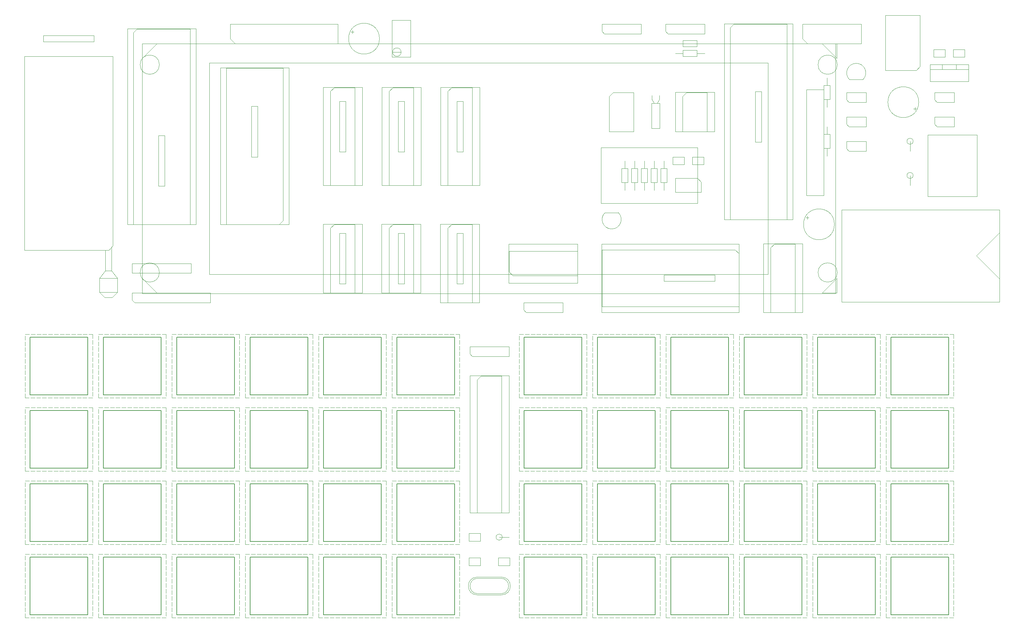
<source format=gbr>
%TF.GenerationSoftware,KiCad,Pcbnew,7.0.6*%
%TF.CreationDate,2023-07-28T20:51:14+03:00*%
%TF.ProjectId,main,6d61696e-2e6b-4696-9361-645f70636258,rev?*%
%TF.SameCoordinates,Original*%
%TF.FileFunction,AssemblyDrawing,Top*%
%FSLAX46Y46*%
G04 Gerber Fmt 4.6, Leading zero omitted, Abs format (unit mm)*
G04 Created by KiCad (PCBNEW 7.0.6) date 2023-07-28 20:51:14*
%MOMM*%
%LPD*%
G01*
G04 APERTURE LIST*
%ADD10C,0.100000*%
%ADD11C,0.150000*%
G04 APERTURE END LIST*
D10*
%TO.C,R12*%
X177400000Y124460000D02*
X177400000Y126470000D01*
X176600000Y126470000D02*
X178200000Y126470000D01*
X178200000Y126470000D02*
X178200000Y130070000D01*
X176600000Y130070000D02*
X176600000Y126470000D01*
X178200000Y130070000D02*
X176600000Y130070000D01*
X177400000Y132080000D02*
X177400000Y130070000D01*
D11*
%TO.C,SW17*%
X75050000Y48130000D02*
X90050000Y48130000D01*
X75050000Y33130000D02*
X75050000Y48130000D01*
X90050000Y48130000D02*
X90050000Y33130000D01*
X90050000Y33130000D02*
X75050000Y33130000D01*
D10*
X73800000Y48880000D02*
X74900000Y48880000D01*
X75300000Y48880000D02*
X76400000Y48880000D01*
X76800000Y48880000D02*
X77900000Y48880000D01*
X78300000Y48880000D02*
X79400000Y48880000D01*
X79800000Y48880000D02*
X80900000Y48880000D01*
X81300000Y48880000D02*
X82400000Y48880000D01*
X82800000Y48880000D02*
X83900000Y48880000D01*
X84300000Y48880000D02*
X85400000Y48880000D01*
X85800000Y48880000D02*
X86900000Y48880000D01*
X87300000Y48880000D02*
X88400000Y48880000D01*
X88800000Y48880000D02*
X89900000Y48880000D01*
X90300000Y48880000D02*
X91300000Y48880000D01*
X91300000Y48880000D02*
X91300000Y47780000D01*
X91300000Y47380000D02*
X91300000Y46280000D01*
X91300000Y45880000D02*
X91300000Y44780000D01*
X91300000Y44380000D02*
X91300000Y43280000D01*
X91300000Y42880000D02*
X91300000Y41780000D01*
X91300000Y41380000D02*
X91300000Y40280000D01*
X91300000Y39880000D02*
X91300000Y38780000D01*
X91300000Y38380000D02*
X91300000Y37280000D01*
X91300000Y36880000D02*
X91300000Y35780000D01*
X91300000Y35380000D02*
X91300000Y34280000D01*
X91300000Y33880000D02*
X91300000Y32780000D01*
X91300000Y32380000D02*
X91300000Y32380000D01*
X91300000Y32380000D02*
X90200000Y32380000D01*
X89800000Y32380000D02*
X88700000Y32380000D01*
X88300000Y32380000D02*
X87200000Y32380000D01*
X86800000Y32380000D02*
X85700000Y32380000D01*
X85300000Y32380000D02*
X84200000Y32380000D01*
X83800000Y32380000D02*
X82700000Y32380000D01*
X82300000Y32380000D02*
X81200000Y32380000D01*
X80800000Y32380000D02*
X79700000Y32380000D01*
X79300000Y32380000D02*
X78200000Y32380000D01*
X77800000Y32380000D02*
X76700000Y32380000D01*
X76300000Y32380000D02*
X75200000Y32380000D01*
X74800000Y32380000D02*
X73800000Y32380000D01*
X73800000Y32380000D02*
X73800000Y33480000D01*
X73800000Y33880000D02*
X73800000Y34980000D01*
X73800000Y35380000D02*
X73800000Y36480000D01*
X73800000Y36880000D02*
X73800000Y37980000D01*
X73800000Y38380000D02*
X73800000Y39480000D01*
X73800000Y39880000D02*
X73800000Y40980000D01*
X73800000Y41380000D02*
X73800000Y42480000D01*
X73800000Y42880000D02*
X73800000Y43980000D01*
X73800000Y44380000D02*
X73800000Y45480000D01*
X73800000Y45880000D02*
X73800000Y46980000D01*
X73800000Y47380000D02*
X73800000Y48480000D01*
X73800000Y48880000D02*
X73800000Y48880000D01*
%TO.C,X2*%
X208280000Y110550000D02*
X208280000Y92650000D01*
X208280000Y92650000D02*
X218440000Y92650000D01*
X210185000Y109490000D02*
X211185000Y110490000D01*
X210185000Y92710000D02*
X210185000Y109490000D01*
X211185000Y110490000D02*
X216535000Y110490000D01*
X216535000Y110490000D02*
X216535000Y92710000D01*
X216535000Y92710000D02*
X210185000Y92710000D01*
X218440000Y110550000D02*
X208280000Y110550000D01*
X218440000Y92650000D02*
X218440000Y110550000D01*
%TO.C,RAM1*%
X85090000Y115510000D02*
X85090000Y156270000D01*
X85090000Y156270000D02*
X67310000Y156270000D01*
X83565000Y116570000D02*
X82565000Y115570000D01*
X83565000Y156210000D02*
X83565000Y116570000D01*
X82565000Y115570000D02*
X68835000Y115570000D01*
X68835000Y115570000D02*
X68835000Y156210000D01*
X68835000Y156210000D02*
X83565000Y156210000D01*
X67310000Y115510000D02*
X85090000Y115510000D01*
X67310000Y156270000D02*
X67310000Y115510000D01*
%TO.C,R11*%
X174860000Y132080000D02*
X174860000Y130070000D01*
X175660000Y130070000D02*
X174060000Y130070000D01*
X174060000Y130070000D02*
X174060000Y126470000D01*
X175660000Y126470000D02*
X175660000Y130070000D01*
X174060000Y126470000D02*
X175660000Y126470000D01*
X174860000Y124460000D02*
X174860000Y126470000D01*
D11*
%TO.C,SW42*%
X203320000Y29080000D02*
X218320000Y29080000D01*
X203320000Y14080000D02*
X203320000Y29080000D01*
X218320000Y29080000D02*
X218320000Y14080000D01*
X218320000Y14080000D02*
X203320000Y14080000D01*
D10*
X202070000Y29830000D02*
X203170000Y29830000D01*
X203570000Y29830000D02*
X204670000Y29830000D01*
X205070000Y29830000D02*
X206170000Y29830000D01*
X206570000Y29830000D02*
X207670000Y29830000D01*
X208070000Y29830000D02*
X209170000Y29830000D01*
X209570000Y29830000D02*
X210670000Y29830000D01*
X211070000Y29830000D02*
X212170000Y29830000D01*
X212570000Y29830000D02*
X213670000Y29830000D01*
X214070000Y29830000D02*
X215170000Y29830000D01*
X215570000Y29830000D02*
X216670000Y29830000D01*
X217070000Y29830000D02*
X218170000Y29830000D01*
X218570000Y29830000D02*
X219570000Y29830000D01*
X219570000Y29830000D02*
X219570000Y28730000D01*
X219570000Y28330000D02*
X219570000Y27230000D01*
X219570000Y26830000D02*
X219570000Y25730000D01*
X219570000Y25330000D02*
X219570000Y24230000D01*
X219570000Y23830000D02*
X219570000Y22730000D01*
X219570000Y22330000D02*
X219570000Y21230000D01*
X219570000Y20830000D02*
X219570000Y19730000D01*
X219570000Y19330000D02*
X219570000Y18230000D01*
X219570000Y17830000D02*
X219570000Y16730000D01*
X219570000Y16330000D02*
X219570000Y15230000D01*
X219570000Y14830000D02*
X219570000Y13730000D01*
X219570000Y13330000D02*
X219570000Y13330000D01*
X219570000Y13330000D02*
X218470000Y13330000D01*
X218070000Y13330000D02*
X216970000Y13330000D01*
X216570000Y13330000D02*
X215470000Y13330000D01*
X215070000Y13330000D02*
X213970000Y13330000D01*
X213570000Y13330000D02*
X212470000Y13330000D01*
X212070000Y13330000D02*
X210970000Y13330000D01*
X210570000Y13330000D02*
X209470000Y13330000D01*
X209070000Y13330000D02*
X207970000Y13330000D01*
X207570000Y13330000D02*
X206470000Y13330000D01*
X206070000Y13330000D02*
X204970000Y13330000D01*
X204570000Y13330000D02*
X203470000Y13330000D01*
X203070000Y13330000D02*
X202070000Y13330000D01*
X202070000Y13330000D02*
X202070000Y14430000D01*
X202070000Y14830000D02*
X202070000Y15930000D01*
X202070000Y16330000D02*
X202070000Y17430000D01*
X202070000Y17830000D02*
X202070000Y18930000D01*
X202070000Y19330000D02*
X202070000Y20430000D01*
X202070000Y20830000D02*
X202070000Y21930000D01*
X202070000Y22330000D02*
X202070000Y23430000D01*
X202070000Y23830000D02*
X202070000Y24930000D01*
X202070000Y25330000D02*
X202070000Y26430000D01*
X202070000Y26830000D02*
X202070000Y27930000D01*
X202070000Y28330000D02*
X202070000Y29430000D01*
X202070000Y29830000D02*
X202070000Y29830000D01*
%TO.C,U10*%
X166170000Y121020000D02*
X191170000Y121020000D01*
X191170000Y121020000D02*
X191170000Y135520000D01*
X191170000Y135520000D02*
X166170000Y135520000D01*
X166170000Y135520000D02*
X166170000Y121020000D01*
%TO.C,U9*%
X109230000Y151185000D02*
X109230000Y125665000D01*
X109230000Y125665000D02*
X119390000Y125665000D01*
X111135000Y150125000D02*
X112135000Y151125000D01*
X111135000Y125725000D02*
X111135000Y150125000D01*
X112135000Y151125000D02*
X117485000Y151125000D01*
X117485000Y151125000D02*
X117485000Y125725000D01*
X117485000Y125725000D02*
X111135000Y125725000D01*
X119390000Y151185000D02*
X109230000Y151185000D01*
X119390000Y125665000D02*
X119390000Y151185000D01*
%TO.C,VIA1*%
X198115000Y167695000D02*
X198115000Y116775000D01*
X198115000Y116775000D02*
X215895000Y116775000D01*
X199640000Y166635000D02*
X200640000Y167635000D01*
X199640000Y116835000D02*
X199640000Y166635000D01*
X200640000Y167635000D02*
X214370000Y167635000D01*
X214370000Y167635000D02*
X214370000Y116835000D01*
X214370000Y116835000D02*
X199640000Y116835000D01*
X215895000Y167695000D02*
X198115000Y167695000D01*
X215895000Y116775000D02*
X215895000Y167695000D01*
D11*
%TO.C,SW16*%
X75050000Y67180000D02*
X90050000Y67180000D01*
X75050000Y52180000D02*
X75050000Y67180000D01*
X90050000Y67180000D02*
X90050000Y52180000D01*
X90050000Y52180000D02*
X75050000Y52180000D01*
D10*
X73800000Y67930000D02*
X74900000Y67930000D01*
X75300000Y67930000D02*
X76400000Y67930000D01*
X76800000Y67930000D02*
X77900000Y67930000D01*
X78300000Y67930000D02*
X79400000Y67930000D01*
X79800000Y67930000D02*
X80900000Y67930000D01*
X81300000Y67930000D02*
X82400000Y67930000D01*
X82800000Y67930000D02*
X83900000Y67930000D01*
X84300000Y67930000D02*
X85400000Y67930000D01*
X85800000Y67930000D02*
X86900000Y67930000D01*
X87300000Y67930000D02*
X88400000Y67930000D01*
X88800000Y67930000D02*
X89900000Y67930000D01*
X90300000Y67930000D02*
X91300000Y67930000D01*
X91300000Y67930000D02*
X91300000Y66830000D01*
X91300000Y66430000D02*
X91300000Y65330000D01*
X91300000Y64930000D02*
X91300000Y63830000D01*
X91300000Y63430000D02*
X91300000Y62330000D01*
X91300000Y61930000D02*
X91300000Y60830000D01*
X91300000Y60430000D02*
X91300000Y59330000D01*
X91300000Y58930000D02*
X91300000Y57830000D01*
X91300000Y57430000D02*
X91300000Y56330000D01*
X91300000Y55930000D02*
X91300000Y54830000D01*
X91300000Y54430000D02*
X91300000Y53330000D01*
X91300000Y52930000D02*
X91300000Y51830000D01*
X91300000Y51430000D02*
X91300000Y51430000D01*
X91300000Y51430000D02*
X90200000Y51430000D01*
X89800000Y51430000D02*
X88700000Y51430000D01*
X88300000Y51430000D02*
X87200000Y51430000D01*
X86800000Y51430000D02*
X85700000Y51430000D01*
X85300000Y51430000D02*
X84200000Y51430000D01*
X83800000Y51430000D02*
X82700000Y51430000D01*
X82300000Y51430000D02*
X81200000Y51430000D01*
X80800000Y51430000D02*
X79700000Y51430000D01*
X79300000Y51430000D02*
X78200000Y51430000D01*
X77800000Y51430000D02*
X76700000Y51430000D01*
X76300000Y51430000D02*
X75200000Y51430000D01*
X74800000Y51430000D02*
X73800000Y51430000D01*
X73800000Y51430000D02*
X73800000Y52530000D01*
X73800000Y52930000D02*
X73800000Y54030000D01*
X73800000Y54430000D02*
X73800000Y55530000D01*
X73800000Y55930000D02*
X73800000Y57030000D01*
X73800000Y57430000D02*
X73800000Y58530000D01*
X73800000Y58930000D02*
X73800000Y60030000D01*
X73800000Y60430000D02*
X73800000Y61530000D01*
X73800000Y61930000D02*
X73800000Y63030000D01*
X73800000Y63430000D02*
X73800000Y64530000D01*
X73800000Y64930000D02*
X73800000Y66030000D01*
X73800000Y66430000D02*
X73800000Y67530000D01*
X73800000Y67930000D02*
X73800000Y67930000D01*
%TO.C,Y2*%
X134025000Y23905000D02*
X140275000Y23905000D01*
X134025000Y19255000D02*
X140275000Y19255000D01*
X134150000Y23580000D02*
X140150000Y23580000D01*
X134150000Y19580000D02*
X140150000Y19580000D01*
X134025000Y23905000D02*
G75*
G03*
X134025000Y19255000I0J-2325000D01*
G01*
X134150000Y23580000D02*
G75*
G03*
X134150000Y19580000I0J-2000000D01*
G01*
X140150000Y19580000D02*
G75*
G03*
X140150000Y23580000I0J2000000D01*
G01*
X140275000Y19255000D02*
G75*
G03*
X140275000Y23905000I0J2325000D01*
G01*
%TO.C,C17*%
X248056759Y145572500D02*
X247256759Y145572500D01*
X247656759Y145172500D02*
X247656759Y145972500D01*
X248630000Y147320000D02*
G75*
G03*
X248630000Y147320000I-4000000J0D01*
G01*
D11*
%TO.C,SW20*%
X94100000Y67180000D02*
X109100000Y67180000D01*
X94100000Y52180000D02*
X94100000Y67180000D01*
X109100000Y67180000D02*
X109100000Y52180000D01*
X109100000Y52180000D02*
X94100000Y52180000D01*
D10*
X92850000Y67930000D02*
X93950000Y67930000D01*
X94350000Y67930000D02*
X95450000Y67930000D01*
X95850000Y67930000D02*
X96950000Y67930000D01*
X97350000Y67930000D02*
X98450000Y67930000D01*
X98850000Y67930000D02*
X99950000Y67930000D01*
X100350000Y67930000D02*
X101450000Y67930000D01*
X101850000Y67930000D02*
X102950000Y67930000D01*
X103350000Y67930000D02*
X104450000Y67930000D01*
X104850000Y67930000D02*
X105950000Y67930000D01*
X106350000Y67930000D02*
X107450000Y67930000D01*
X107850000Y67930000D02*
X108950000Y67930000D01*
X109350000Y67930000D02*
X110350000Y67930000D01*
X110350000Y67930000D02*
X110350000Y66830000D01*
X110350000Y66430000D02*
X110350000Y65330000D01*
X110350000Y64930000D02*
X110350000Y63830000D01*
X110350000Y63430000D02*
X110350000Y62330000D01*
X110350000Y61930000D02*
X110350000Y60830000D01*
X110350000Y60430000D02*
X110350000Y59330000D01*
X110350000Y58930000D02*
X110350000Y57830000D01*
X110350000Y57430000D02*
X110350000Y56330000D01*
X110350000Y55930000D02*
X110350000Y54830000D01*
X110350000Y54430000D02*
X110350000Y53330000D01*
X110350000Y52930000D02*
X110350000Y51830000D01*
X110350000Y51430000D02*
X110350000Y51430000D01*
X110350000Y51430000D02*
X109250000Y51430000D01*
X108850000Y51430000D02*
X107750000Y51430000D01*
X107350000Y51430000D02*
X106250000Y51430000D01*
X105850000Y51430000D02*
X104750000Y51430000D01*
X104350000Y51430000D02*
X103250000Y51430000D01*
X102850000Y51430000D02*
X101750000Y51430000D01*
X101350000Y51430000D02*
X100250000Y51430000D01*
X99850000Y51430000D02*
X98750000Y51430000D01*
X98350000Y51430000D02*
X97250000Y51430000D01*
X96850000Y51430000D02*
X95750000Y51430000D01*
X95350000Y51430000D02*
X94250000Y51430000D01*
X93850000Y51430000D02*
X92850000Y51430000D01*
X92850000Y51430000D02*
X92850000Y52530000D01*
X92850000Y52930000D02*
X92850000Y54030000D01*
X92850000Y54430000D02*
X92850000Y55530000D01*
X92850000Y55930000D02*
X92850000Y57030000D01*
X92850000Y57430000D02*
X92850000Y58530000D01*
X92850000Y58930000D02*
X92850000Y60030000D01*
X92850000Y60430000D02*
X92850000Y61530000D01*
X92850000Y61930000D02*
X92850000Y63030000D01*
X92850000Y63430000D02*
X92850000Y64530000D01*
X92850000Y64930000D02*
X92850000Y66030000D01*
X92850000Y66430000D02*
X92850000Y67530000D01*
X92850000Y67930000D02*
X92850000Y67930000D01*
D11*
%TO.C,SW35*%
X184270000Y86230000D02*
X199270000Y86230000D01*
X184270000Y71230000D02*
X184270000Y86230000D01*
X199270000Y86230000D02*
X199270000Y71230000D01*
X199270000Y71230000D02*
X184270000Y71230000D01*
D10*
X183020000Y86980000D02*
X184120000Y86980000D01*
X184520000Y86980000D02*
X185620000Y86980000D01*
X186020000Y86980000D02*
X187120000Y86980000D01*
X187520000Y86980000D02*
X188620000Y86980000D01*
X189020000Y86980000D02*
X190120000Y86980000D01*
X190520000Y86980000D02*
X191620000Y86980000D01*
X192020000Y86980000D02*
X193120000Y86980000D01*
X193520000Y86980000D02*
X194620000Y86980000D01*
X195020000Y86980000D02*
X196120000Y86980000D01*
X196520000Y86980000D02*
X197620000Y86980000D01*
X198020000Y86980000D02*
X199120000Y86980000D01*
X199520000Y86980000D02*
X200520000Y86980000D01*
X200520000Y86980000D02*
X200520000Y85880000D01*
X200520000Y85480000D02*
X200520000Y84380000D01*
X200520000Y83980000D02*
X200520000Y82880000D01*
X200520000Y82480000D02*
X200520000Y81380000D01*
X200520000Y80980000D02*
X200520000Y79880000D01*
X200520000Y79480000D02*
X200520000Y78380000D01*
X200520000Y77980000D02*
X200520000Y76880000D01*
X200520000Y76480000D02*
X200520000Y75380000D01*
X200520000Y74980000D02*
X200520000Y73880000D01*
X200520000Y73480000D02*
X200520000Y72380000D01*
X200520000Y71980000D02*
X200520000Y70880000D01*
X200520000Y70480000D02*
X200520000Y70480000D01*
X200520000Y70480000D02*
X199420000Y70480000D01*
X199020000Y70480000D02*
X197920000Y70480000D01*
X197520000Y70480000D02*
X196420000Y70480000D01*
X196020000Y70480000D02*
X194920000Y70480000D01*
X194520000Y70480000D02*
X193420000Y70480000D01*
X193020000Y70480000D02*
X191920000Y70480000D01*
X191520000Y70480000D02*
X190420000Y70480000D01*
X190020000Y70480000D02*
X188920000Y70480000D01*
X188520000Y70480000D02*
X187420000Y70480000D01*
X187020000Y70480000D02*
X185920000Y70480000D01*
X185520000Y70480000D02*
X184420000Y70480000D01*
X184020000Y70480000D02*
X183020000Y70480000D01*
X183020000Y70480000D02*
X183020000Y71580000D01*
X183020000Y71980000D02*
X183020000Y73080000D01*
X183020000Y73480000D02*
X183020000Y74580000D01*
X183020000Y74980000D02*
X183020000Y76080000D01*
X183020000Y76480000D02*
X183020000Y77580000D01*
X183020000Y77980000D02*
X183020000Y79080000D01*
X183020000Y79480000D02*
X183020000Y80580000D01*
X183020000Y80980000D02*
X183020000Y82080000D01*
X183020000Y82480000D02*
X183020000Y83580000D01*
X183020000Y83980000D02*
X183020000Y85080000D01*
X183020000Y85480000D02*
X183020000Y86580000D01*
X183020000Y86980000D02*
X183020000Y86980000D01*
D11*
%TO.C,SW45*%
X222370000Y48130000D02*
X237370000Y48130000D01*
X222370000Y33130000D02*
X222370000Y48130000D01*
X237370000Y48130000D02*
X237370000Y33130000D01*
X237370000Y33130000D02*
X222370000Y33130000D01*
D10*
X221120000Y48880000D02*
X222220000Y48880000D01*
X222620000Y48880000D02*
X223720000Y48880000D01*
X224120000Y48880000D02*
X225220000Y48880000D01*
X225620000Y48880000D02*
X226720000Y48880000D01*
X227120000Y48880000D02*
X228220000Y48880000D01*
X228620000Y48880000D02*
X229720000Y48880000D01*
X230120000Y48880000D02*
X231220000Y48880000D01*
X231620000Y48880000D02*
X232720000Y48880000D01*
X233120000Y48880000D02*
X234220000Y48880000D01*
X234620000Y48880000D02*
X235720000Y48880000D01*
X236120000Y48880000D02*
X237220000Y48880000D01*
X237620000Y48880000D02*
X238620000Y48880000D01*
X238620000Y48880000D02*
X238620000Y47780000D01*
X238620000Y47380000D02*
X238620000Y46280000D01*
X238620000Y45880000D02*
X238620000Y44780000D01*
X238620000Y44380000D02*
X238620000Y43280000D01*
X238620000Y42880000D02*
X238620000Y41780000D01*
X238620000Y41380000D02*
X238620000Y40280000D01*
X238620000Y39880000D02*
X238620000Y38780000D01*
X238620000Y38380000D02*
X238620000Y37280000D01*
X238620000Y36880000D02*
X238620000Y35780000D01*
X238620000Y35380000D02*
X238620000Y34280000D01*
X238620000Y33880000D02*
X238620000Y32780000D01*
X238620000Y32380000D02*
X238620000Y32380000D01*
X238620000Y32380000D02*
X237520000Y32380000D01*
X237120000Y32380000D02*
X236020000Y32380000D01*
X235620000Y32380000D02*
X234520000Y32380000D01*
X234120000Y32380000D02*
X233020000Y32380000D01*
X232620000Y32380000D02*
X231520000Y32380000D01*
X231120000Y32380000D02*
X230020000Y32380000D01*
X229620000Y32380000D02*
X228520000Y32380000D01*
X228120000Y32380000D02*
X227020000Y32380000D01*
X226620000Y32380000D02*
X225520000Y32380000D01*
X225120000Y32380000D02*
X224020000Y32380000D01*
X223620000Y32380000D02*
X222520000Y32380000D01*
X222120000Y32380000D02*
X221120000Y32380000D01*
X221120000Y32380000D02*
X221120000Y33480000D01*
X221120000Y33880000D02*
X221120000Y34980000D01*
X221120000Y35380000D02*
X221120000Y36480000D01*
X221120000Y36880000D02*
X221120000Y37980000D01*
X221120000Y38380000D02*
X221120000Y39480000D01*
X221120000Y39880000D02*
X221120000Y40980000D01*
X221120000Y41380000D02*
X221120000Y42480000D01*
X221120000Y42880000D02*
X221120000Y43980000D01*
X221120000Y44380000D02*
X221120000Y45480000D01*
X221120000Y45880000D02*
X221120000Y46980000D01*
X221120000Y47380000D02*
X221120000Y48480000D01*
X221120000Y48880000D02*
X221120000Y48880000D01*
%TO.C,C18*%
X101193241Y165577500D02*
X101993241Y165577500D01*
X101593241Y165977500D02*
X101593241Y165177500D01*
X108620000Y163830000D02*
G75*
G03*
X108620000Y163830000I-4000000J0D01*
G01*
D11*
%TO.C,SW37*%
X184270000Y48130000D02*
X199270000Y48130000D01*
X184270000Y33130000D02*
X184270000Y48130000D01*
X199270000Y48130000D02*
X199270000Y33130000D01*
X199270000Y33130000D02*
X184270000Y33130000D01*
D10*
X183020000Y48880000D02*
X184120000Y48880000D01*
X184520000Y48880000D02*
X185620000Y48880000D01*
X186020000Y48880000D02*
X187120000Y48880000D01*
X187520000Y48880000D02*
X188620000Y48880000D01*
X189020000Y48880000D02*
X190120000Y48880000D01*
X190520000Y48880000D02*
X191620000Y48880000D01*
X192020000Y48880000D02*
X193120000Y48880000D01*
X193520000Y48880000D02*
X194620000Y48880000D01*
X195020000Y48880000D02*
X196120000Y48880000D01*
X196520000Y48880000D02*
X197620000Y48880000D01*
X198020000Y48880000D02*
X199120000Y48880000D01*
X199520000Y48880000D02*
X200520000Y48880000D01*
X200520000Y48880000D02*
X200520000Y47780000D01*
X200520000Y47380000D02*
X200520000Y46280000D01*
X200520000Y45880000D02*
X200520000Y44780000D01*
X200520000Y44380000D02*
X200520000Y43280000D01*
X200520000Y42880000D02*
X200520000Y41780000D01*
X200520000Y41380000D02*
X200520000Y40280000D01*
X200520000Y39880000D02*
X200520000Y38780000D01*
X200520000Y38380000D02*
X200520000Y37280000D01*
X200520000Y36880000D02*
X200520000Y35780000D01*
X200520000Y35380000D02*
X200520000Y34280000D01*
X200520000Y33880000D02*
X200520000Y32780000D01*
X200520000Y32380000D02*
X200520000Y32380000D01*
X200520000Y32380000D02*
X199420000Y32380000D01*
X199020000Y32380000D02*
X197920000Y32380000D01*
X197520000Y32380000D02*
X196420000Y32380000D01*
X196020000Y32380000D02*
X194920000Y32380000D01*
X194520000Y32380000D02*
X193420000Y32380000D01*
X193020000Y32380000D02*
X191920000Y32380000D01*
X191520000Y32380000D02*
X190420000Y32380000D01*
X190020000Y32380000D02*
X188920000Y32380000D01*
X188520000Y32380000D02*
X187420000Y32380000D01*
X187020000Y32380000D02*
X185920000Y32380000D01*
X185520000Y32380000D02*
X184420000Y32380000D01*
X184020000Y32380000D02*
X183020000Y32380000D01*
X183020000Y32380000D02*
X183020000Y33480000D01*
X183020000Y33880000D02*
X183020000Y34980000D01*
X183020000Y35380000D02*
X183020000Y36480000D01*
X183020000Y36880000D02*
X183020000Y37980000D01*
X183020000Y38380000D02*
X183020000Y39480000D01*
X183020000Y39880000D02*
X183020000Y40980000D01*
X183020000Y41380000D02*
X183020000Y42480000D01*
X183020000Y42880000D02*
X183020000Y43980000D01*
X183020000Y44380000D02*
X183020000Y45480000D01*
X183020000Y45880000D02*
X183020000Y46980000D01*
X183020000Y47380000D02*
X183020000Y48480000D01*
X183020000Y48880000D02*
X183020000Y48880000D01*
D11*
%TO.C,SW25*%
X113150000Y48130000D02*
X128150000Y48130000D01*
X113150000Y33130000D02*
X113150000Y48130000D01*
X128150000Y48130000D02*
X128150000Y33130000D01*
X128150000Y33130000D02*
X113150000Y33130000D01*
D10*
X111900000Y48880000D02*
X113000000Y48880000D01*
X113400000Y48880000D02*
X114500000Y48880000D01*
X114900000Y48880000D02*
X116000000Y48880000D01*
X116400000Y48880000D02*
X117500000Y48880000D01*
X117900000Y48880000D02*
X119000000Y48880000D01*
X119400000Y48880000D02*
X120500000Y48880000D01*
X120900000Y48880000D02*
X122000000Y48880000D01*
X122400000Y48880000D02*
X123500000Y48880000D01*
X123900000Y48880000D02*
X125000000Y48880000D01*
X125400000Y48880000D02*
X126500000Y48880000D01*
X126900000Y48880000D02*
X128000000Y48880000D01*
X128400000Y48880000D02*
X129400000Y48880000D01*
X129400000Y48880000D02*
X129400000Y47780000D01*
X129400000Y47380000D02*
X129400000Y46280000D01*
X129400000Y45880000D02*
X129400000Y44780000D01*
X129400000Y44380000D02*
X129400000Y43280000D01*
X129400000Y42880000D02*
X129400000Y41780000D01*
X129400000Y41380000D02*
X129400000Y40280000D01*
X129400000Y39880000D02*
X129400000Y38780000D01*
X129400000Y38380000D02*
X129400000Y37280000D01*
X129400000Y36880000D02*
X129400000Y35780000D01*
X129400000Y35380000D02*
X129400000Y34280000D01*
X129400000Y33880000D02*
X129400000Y32780000D01*
X129400000Y32380000D02*
X129400000Y32380000D01*
X129400000Y32380000D02*
X128300000Y32380000D01*
X127900000Y32380000D02*
X126800000Y32380000D01*
X126400000Y32380000D02*
X125300000Y32380000D01*
X124900000Y32380000D02*
X123800000Y32380000D01*
X123400000Y32380000D02*
X122300000Y32380000D01*
X121900000Y32380000D02*
X120800000Y32380000D01*
X120400000Y32380000D02*
X119300000Y32380000D01*
X118900000Y32380000D02*
X117800000Y32380000D01*
X117400000Y32380000D02*
X116300000Y32380000D01*
X115900000Y32380000D02*
X114800000Y32380000D01*
X114400000Y32380000D02*
X113300000Y32380000D01*
X112900000Y32380000D02*
X111900000Y32380000D01*
X111900000Y32380000D02*
X111900000Y33480000D01*
X111900000Y33880000D02*
X111900000Y34980000D01*
X111900000Y35380000D02*
X111900000Y36480000D01*
X111900000Y36880000D02*
X111900000Y37980000D01*
X111900000Y38380000D02*
X111900000Y39480000D01*
X111900000Y39880000D02*
X111900000Y40980000D01*
X111900000Y41380000D02*
X111900000Y42480000D01*
X111900000Y42880000D02*
X111900000Y43980000D01*
X111900000Y44380000D02*
X111900000Y45480000D01*
X111900000Y45880000D02*
X111900000Y46980000D01*
X111900000Y47380000D02*
X111900000Y48480000D01*
X111900000Y48880000D02*
X111900000Y48880000D01*
D11*
%TO.C,SW15*%
X75050000Y86230000D02*
X90050000Y86230000D01*
X75050000Y71230000D02*
X75050000Y86230000D01*
X90050000Y86230000D02*
X90050000Y71230000D01*
X90050000Y71230000D02*
X75050000Y71230000D01*
D10*
X73800000Y86980000D02*
X74900000Y86980000D01*
X75300000Y86980000D02*
X76400000Y86980000D01*
X76800000Y86980000D02*
X77900000Y86980000D01*
X78300000Y86980000D02*
X79400000Y86980000D01*
X79800000Y86980000D02*
X80900000Y86980000D01*
X81300000Y86980000D02*
X82400000Y86980000D01*
X82800000Y86980000D02*
X83900000Y86980000D01*
X84300000Y86980000D02*
X85400000Y86980000D01*
X85800000Y86980000D02*
X86900000Y86980000D01*
X87300000Y86980000D02*
X88400000Y86980000D01*
X88800000Y86980000D02*
X89900000Y86980000D01*
X90300000Y86980000D02*
X91300000Y86980000D01*
X91300000Y86980000D02*
X91300000Y85880000D01*
X91300000Y85480000D02*
X91300000Y84380000D01*
X91300000Y83980000D02*
X91300000Y82880000D01*
X91300000Y82480000D02*
X91300000Y81380000D01*
X91300000Y80980000D02*
X91300000Y79880000D01*
X91300000Y79480000D02*
X91300000Y78380000D01*
X91300000Y77980000D02*
X91300000Y76880000D01*
X91300000Y76480000D02*
X91300000Y75380000D01*
X91300000Y74980000D02*
X91300000Y73880000D01*
X91300000Y73480000D02*
X91300000Y72380000D01*
X91300000Y71980000D02*
X91300000Y70880000D01*
X91300000Y70480000D02*
X91300000Y70480000D01*
X91300000Y70480000D02*
X90200000Y70480000D01*
X89800000Y70480000D02*
X88700000Y70480000D01*
X88300000Y70480000D02*
X87200000Y70480000D01*
X86800000Y70480000D02*
X85700000Y70480000D01*
X85300000Y70480000D02*
X84200000Y70480000D01*
X83800000Y70480000D02*
X82700000Y70480000D01*
X82300000Y70480000D02*
X81200000Y70480000D01*
X80800000Y70480000D02*
X79700000Y70480000D01*
X79300000Y70480000D02*
X78200000Y70480000D01*
X77800000Y70480000D02*
X76700000Y70480000D01*
X76300000Y70480000D02*
X75200000Y70480000D01*
X74800000Y70480000D02*
X73800000Y70480000D01*
X73800000Y70480000D02*
X73800000Y71580000D01*
X73800000Y71980000D02*
X73800000Y73080000D01*
X73800000Y73480000D02*
X73800000Y74580000D01*
X73800000Y74980000D02*
X73800000Y76080000D01*
X73800000Y76480000D02*
X73800000Y77580000D01*
X73800000Y77980000D02*
X73800000Y79080000D01*
X73800000Y79480000D02*
X73800000Y80580000D01*
X73800000Y80980000D02*
X73800000Y82080000D01*
X73800000Y82480000D02*
X73800000Y83580000D01*
X73800000Y83980000D02*
X73800000Y85080000D01*
X73800000Y85480000D02*
X73800000Y86580000D01*
X73800000Y86980000D02*
X73800000Y86980000D01*
D11*
%TO.C,SW36*%
X184270000Y67180000D02*
X199270000Y67180000D01*
X184270000Y52180000D02*
X184270000Y67180000D01*
X199270000Y67180000D02*
X199270000Y52180000D01*
X199270000Y52180000D02*
X184270000Y52180000D01*
D10*
X183020000Y67930000D02*
X184120000Y67930000D01*
X184520000Y67930000D02*
X185620000Y67930000D01*
X186020000Y67930000D02*
X187120000Y67930000D01*
X187520000Y67930000D02*
X188620000Y67930000D01*
X189020000Y67930000D02*
X190120000Y67930000D01*
X190520000Y67930000D02*
X191620000Y67930000D01*
X192020000Y67930000D02*
X193120000Y67930000D01*
X193520000Y67930000D02*
X194620000Y67930000D01*
X195020000Y67930000D02*
X196120000Y67930000D01*
X196520000Y67930000D02*
X197620000Y67930000D01*
X198020000Y67930000D02*
X199120000Y67930000D01*
X199520000Y67930000D02*
X200520000Y67930000D01*
X200520000Y67930000D02*
X200520000Y66830000D01*
X200520000Y66430000D02*
X200520000Y65330000D01*
X200520000Y64930000D02*
X200520000Y63830000D01*
X200520000Y63430000D02*
X200520000Y62330000D01*
X200520000Y61930000D02*
X200520000Y60830000D01*
X200520000Y60430000D02*
X200520000Y59330000D01*
X200520000Y58930000D02*
X200520000Y57830000D01*
X200520000Y57430000D02*
X200520000Y56330000D01*
X200520000Y55930000D02*
X200520000Y54830000D01*
X200520000Y54430000D02*
X200520000Y53330000D01*
X200520000Y52930000D02*
X200520000Y51830000D01*
X200520000Y51430000D02*
X200520000Y51430000D01*
X200520000Y51430000D02*
X199420000Y51430000D01*
X199020000Y51430000D02*
X197920000Y51430000D01*
X197520000Y51430000D02*
X196420000Y51430000D01*
X196020000Y51430000D02*
X194920000Y51430000D01*
X194520000Y51430000D02*
X193420000Y51430000D01*
X193020000Y51430000D02*
X191920000Y51430000D01*
X191520000Y51430000D02*
X190420000Y51430000D01*
X190020000Y51430000D02*
X188920000Y51430000D01*
X188520000Y51430000D02*
X187420000Y51430000D01*
X187020000Y51430000D02*
X185920000Y51430000D01*
X185520000Y51430000D02*
X184420000Y51430000D01*
X184020000Y51430000D02*
X183020000Y51430000D01*
X183020000Y51430000D02*
X183020000Y52530000D01*
X183020000Y52930000D02*
X183020000Y54030000D01*
X183020000Y54430000D02*
X183020000Y55530000D01*
X183020000Y55930000D02*
X183020000Y57030000D01*
X183020000Y57430000D02*
X183020000Y58530000D01*
X183020000Y58930000D02*
X183020000Y60030000D01*
X183020000Y60430000D02*
X183020000Y61530000D01*
X183020000Y61930000D02*
X183020000Y63030000D01*
X183020000Y63430000D02*
X183020000Y64530000D01*
X183020000Y64930000D02*
X183020000Y66030000D01*
X183020000Y66430000D02*
X183020000Y67530000D01*
X183020000Y67930000D02*
X183020000Y67930000D01*
D11*
%TO.C,SW48*%
X241420000Y67180000D02*
X256420000Y67180000D01*
X241420000Y52180000D02*
X241420000Y67180000D01*
X256420000Y67180000D02*
X256420000Y52180000D01*
X256420000Y52180000D02*
X241420000Y52180000D01*
D10*
X240170000Y67930000D02*
X241270000Y67930000D01*
X241670000Y67930000D02*
X242770000Y67930000D01*
X243170000Y67930000D02*
X244270000Y67930000D01*
X244670000Y67930000D02*
X245770000Y67930000D01*
X246170000Y67930000D02*
X247270000Y67930000D01*
X247670000Y67930000D02*
X248770000Y67930000D01*
X249170000Y67930000D02*
X250270000Y67930000D01*
X250670000Y67930000D02*
X251770000Y67930000D01*
X252170000Y67930000D02*
X253270000Y67930000D01*
X253670000Y67930000D02*
X254770000Y67930000D01*
X255170000Y67930000D02*
X256270000Y67930000D01*
X256670000Y67930000D02*
X257670000Y67930000D01*
X257670000Y67930000D02*
X257670000Y66830000D01*
X257670000Y66430000D02*
X257670000Y65330000D01*
X257670000Y64930000D02*
X257670000Y63830000D01*
X257670000Y63430000D02*
X257670000Y62330000D01*
X257670000Y61930000D02*
X257670000Y60830000D01*
X257670000Y60430000D02*
X257670000Y59330000D01*
X257670000Y58930000D02*
X257670000Y57830000D01*
X257670000Y57430000D02*
X257670000Y56330000D01*
X257670000Y55930000D02*
X257670000Y54830000D01*
X257670000Y54430000D02*
X257670000Y53330000D01*
X257670000Y52930000D02*
X257670000Y51830000D01*
X257670000Y51430000D02*
X257670000Y51430000D01*
X257670000Y51430000D02*
X256570000Y51430000D01*
X256170000Y51430000D02*
X255070000Y51430000D01*
X254670000Y51430000D02*
X253570000Y51430000D01*
X253170000Y51430000D02*
X252070000Y51430000D01*
X251670000Y51430000D02*
X250570000Y51430000D01*
X250170000Y51430000D02*
X249070000Y51430000D01*
X248670000Y51430000D02*
X247570000Y51430000D01*
X247170000Y51430000D02*
X246070000Y51430000D01*
X245670000Y51430000D02*
X244570000Y51430000D01*
X244170000Y51430000D02*
X243070000Y51430000D01*
X242670000Y51430000D02*
X241570000Y51430000D01*
X241170000Y51430000D02*
X240170000Y51430000D01*
X240170000Y51430000D02*
X240170000Y52530000D01*
X240170000Y52930000D02*
X240170000Y54030000D01*
X240170000Y54430000D02*
X240170000Y55530000D01*
X240170000Y55930000D02*
X240170000Y57030000D01*
X240170000Y57430000D02*
X240170000Y58530000D01*
X240170000Y58930000D02*
X240170000Y60030000D01*
X240170000Y60430000D02*
X240170000Y61530000D01*
X240170000Y61930000D02*
X240170000Y63030000D01*
X240170000Y63430000D02*
X240170000Y64530000D01*
X240170000Y64930000D02*
X240170000Y66030000D01*
X240170000Y66430000D02*
X240170000Y67530000D01*
X240170000Y67930000D02*
X240170000Y67930000D01*
%TO.C,RES1*%
X230640000Y153190000D02*
X234140000Y153190000D01*
X232410000Y157420000D02*
G75*
G03*
X230656375Y153186375I0J-2480000D01*
G01*
X234163625Y153186375D02*
G75*
G03*
X232410000Y157420000I-1753625J1753625D01*
G01*
%TO.C,C3*%
X184770000Y133080000D02*
X184770000Y131080000D01*
X184770000Y131080000D02*
X187770000Y131080000D01*
X187770000Y133080000D02*
X184770000Y133080000D01*
X187770000Y131080000D02*
X187770000Y133080000D01*
D11*
%TO.C,SW29*%
X146170000Y48130000D02*
X161170000Y48130000D01*
X146170000Y33130000D02*
X146170000Y48130000D01*
X161170000Y48130000D02*
X161170000Y33130000D01*
X161170000Y33130000D02*
X146170000Y33130000D01*
D10*
X144920000Y48880000D02*
X146020000Y48880000D01*
X146420000Y48880000D02*
X147520000Y48880000D01*
X147920000Y48880000D02*
X149020000Y48880000D01*
X149420000Y48880000D02*
X150520000Y48880000D01*
X150920000Y48880000D02*
X152020000Y48880000D01*
X152420000Y48880000D02*
X153520000Y48880000D01*
X153920000Y48880000D02*
X155020000Y48880000D01*
X155420000Y48880000D02*
X156520000Y48880000D01*
X156920000Y48880000D02*
X158020000Y48880000D01*
X158420000Y48880000D02*
X159520000Y48880000D01*
X159920000Y48880000D02*
X161020000Y48880000D01*
X161420000Y48880000D02*
X162420000Y48880000D01*
X162420000Y48880000D02*
X162420000Y47780000D01*
X162420000Y47380000D02*
X162420000Y46280000D01*
X162420000Y45880000D02*
X162420000Y44780000D01*
X162420000Y44380000D02*
X162420000Y43280000D01*
X162420000Y42880000D02*
X162420000Y41780000D01*
X162420000Y41380000D02*
X162420000Y40280000D01*
X162420000Y39880000D02*
X162420000Y38780000D01*
X162420000Y38380000D02*
X162420000Y37280000D01*
X162420000Y36880000D02*
X162420000Y35780000D01*
X162420000Y35380000D02*
X162420000Y34280000D01*
X162420000Y33880000D02*
X162420000Y32780000D01*
X162420000Y32380000D02*
X162420000Y32380000D01*
X162420000Y32380000D02*
X161320000Y32380000D01*
X160920000Y32380000D02*
X159820000Y32380000D01*
X159420000Y32380000D02*
X158320000Y32380000D01*
X157920000Y32380000D02*
X156820000Y32380000D01*
X156420000Y32380000D02*
X155320000Y32380000D01*
X154920000Y32380000D02*
X153820000Y32380000D01*
X153420000Y32380000D02*
X152320000Y32380000D01*
X151920000Y32380000D02*
X150820000Y32380000D01*
X150420000Y32380000D02*
X149320000Y32380000D01*
X148920000Y32380000D02*
X147820000Y32380000D01*
X147420000Y32380000D02*
X146320000Y32380000D01*
X145920000Y32380000D02*
X144920000Y32380000D01*
X144920000Y32380000D02*
X144920000Y33480000D01*
X144920000Y33880000D02*
X144920000Y34980000D01*
X144920000Y35380000D02*
X144920000Y36480000D01*
X144920000Y36880000D02*
X144920000Y37980000D01*
X144920000Y38380000D02*
X144920000Y39480000D01*
X144920000Y39880000D02*
X144920000Y40980000D01*
X144920000Y41380000D02*
X144920000Y42480000D01*
X144920000Y42880000D02*
X144920000Y43980000D01*
X144920000Y44380000D02*
X144920000Y45480000D01*
X144920000Y45880000D02*
X144920000Y46980000D01*
X144920000Y47380000D02*
X144920000Y48480000D01*
X144920000Y48880000D02*
X144920000Y48880000D01*
D11*
%TO.C,SW21*%
X94100000Y48130000D02*
X109100000Y48130000D01*
X94100000Y33130000D02*
X94100000Y48130000D01*
X109100000Y48130000D02*
X109100000Y33130000D01*
X109100000Y33130000D02*
X94100000Y33130000D01*
D10*
X92850000Y48880000D02*
X93950000Y48880000D01*
X94350000Y48880000D02*
X95450000Y48880000D01*
X95850000Y48880000D02*
X96950000Y48880000D01*
X97350000Y48880000D02*
X98450000Y48880000D01*
X98850000Y48880000D02*
X99950000Y48880000D01*
X100350000Y48880000D02*
X101450000Y48880000D01*
X101850000Y48880000D02*
X102950000Y48880000D01*
X103350000Y48880000D02*
X104450000Y48880000D01*
X104850000Y48880000D02*
X105950000Y48880000D01*
X106350000Y48880000D02*
X107450000Y48880000D01*
X107850000Y48880000D02*
X108950000Y48880000D01*
X109350000Y48880000D02*
X110350000Y48880000D01*
X110350000Y48880000D02*
X110350000Y47780000D01*
X110350000Y47380000D02*
X110350000Y46280000D01*
X110350000Y45880000D02*
X110350000Y44780000D01*
X110350000Y44380000D02*
X110350000Y43280000D01*
X110350000Y42880000D02*
X110350000Y41780000D01*
X110350000Y41380000D02*
X110350000Y40280000D01*
X110350000Y39880000D02*
X110350000Y38780000D01*
X110350000Y38380000D02*
X110350000Y37280000D01*
X110350000Y36880000D02*
X110350000Y35780000D01*
X110350000Y35380000D02*
X110350000Y34280000D01*
X110350000Y33880000D02*
X110350000Y32780000D01*
X110350000Y32380000D02*
X110350000Y32380000D01*
X110350000Y32380000D02*
X109250000Y32380000D01*
X108850000Y32380000D02*
X107750000Y32380000D01*
X107350000Y32380000D02*
X106250000Y32380000D01*
X105850000Y32380000D02*
X104750000Y32380000D01*
X104350000Y32380000D02*
X103250000Y32380000D01*
X102850000Y32380000D02*
X101750000Y32380000D01*
X101350000Y32380000D02*
X100250000Y32380000D01*
X99850000Y32380000D02*
X98750000Y32380000D01*
X98350000Y32380000D02*
X97250000Y32380000D01*
X96850000Y32380000D02*
X95750000Y32380000D01*
X95350000Y32380000D02*
X94250000Y32380000D01*
X93850000Y32380000D02*
X92850000Y32380000D01*
X92850000Y32380000D02*
X92850000Y33480000D01*
X92850000Y33880000D02*
X92850000Y34980000D01*
X92850000Y35380000D02*
X92850000Y36480000D01*
X92850000Y36880000D02*
X92850000Y37980000D01*
X92850000Y38380000D02*
X92850000Y39480000D01*
X92850000Y39880000D02*
X92850000Y40980000D01*
X92850000Y41380000D02*
X92850000Y42480000D01*
X92850000Y42880000D02*
X92850000Y43980000D01*
X92850000Y44380000D02*
X92850000Y45480000D01*
X92850000Y45880000D02*
X92850000Y46980000D01*
X92850000Y47380000D02*
X92850000Y48480000D01*
X92850000Y48880000D02*
X92850000Y48880000D01*
%TO.C,C25*%
X131830000Y35280000D02*
X131830000Y33280000D01*
X131830000Y33280000D02*
X134830000Y33280000D01*
X134830000Y35280000D02*
X131830000Y35280000D01*
X134830000Y33280000D02*
X134830000Y35280000D01*
D11*
%TO.C,SW22*%
X94100000Y29080000D02*
X109100000Y29080000D01*
X94100000Y14080000D02*
X94100000Y29080000D01*
X109100000Y29080000D02*
X109100000Y14080000D01*
X109100000Y14080000D02*
X94100000Y14080000D01*
D10*
X92850000Y29830000D02*
X93950000Y29830000D01*
X94350000Y29830000D02*
X95450000Y29830000D01*
X95850000Y29830000D02*
X96950000Y29830000D01*
X97350000Y29830000D02*
X98450000Y29830000D01*
X98850000Y29830000D02*
X99950000Y29830000D01*
X100350000Y29830000D02*
X101450000Y29830000D01*
X101850000Y29830000D02*
X102950000Y29830000D01*
X103350000Y29830000D02*
X104450000Y29830000D01*
X104850000Y29830000D02*
X105950000Y29830000D01*
X106350000Y29830000D02*
X107450000Y29830000D01*
X107850000Y29830000D02*
X108950000Y29830000D01*
X109350000Y29830000D02*
X110350000Y29830000D01*
X110350000Y29830000D02*
X110350000Y28730000D01*
X110350000Y28330000D02*
X110350000Y27230000D01*
X110350000Y26830000D02*
X110350000Y25730000D01*
X110350000Y25330000D02*
X110350000Y24230000D01*
X110350000Y23830000D02*
X110350000Y22730000D01*
X110350000Y22330000D02*
X110350000Y21230000D01*
X110350000Y20830000D02*
X110350000Y19730000D01*
X110350000Y19330000D02*
X110350000Y18230000D01*
X110350000Y17830000D02*
X110350000Y16730000D01*
X110350000Y16330000D02*
X110350000Y15230000D01*
X110350000Y14830000D02*
X110350000Y13730000D01*
X110350000Y13330000D02*
X110350000Y13330000D01*
X110350000Y13330000D02*
X109250000Y13330000D01*
X108850000Y13330000D02*
X107750000Y13330000D01*
X107350000Y13330000D02*
X106250000Y13330000D01*
X105850000Y13330000D02*
X104750000Y13330000D01*
X104350000Y13330000D02*
X103250000Y13330000D01*
X102850000Y13330000D02*
X101750000Y13330000D01*
X101350000Y13330000D02*
X100250000Y13330000D01*
X99850000Y13330000D02*
X98750000Y13330000D01*
X98350000Y13330000D02*
X97250000Y13330000D01*
X96850000Y13330000D02*
X95750000Y13330000D01*
X95350000Y13330000D02*
X94250000Y13330000D01*
X93850000Y13330000D02*
X92850000Y13330000D01*
X92850000Y13330000D02*
X92850000Y14430000D01*
X92850000Y14830000D02*
X92850000Y15930000D01*
X92850000Y16330000D02*
X92850000Y17430000D01*
X92850000Y17830000D02*
X92850000Y18930000D01*
X92850000Y19330000D02*
X92850000Y20430000D01*
X92850000Y20830000D02*
X92850000Y21930000D01*
X92850000Y22330000D02*
X92850000Y23430000D01*
X92850000Y23830000D02*
X92850000Y24930000D01*
X92850000Y25330000D02*
X92850000Y26430000D01*
X92850000Y26830000D02*
X92850000Y27930000D01*
X92850000Y28330000D02*
X92850000Y29430000D01*
X92850000Y29830000D02*
X92850000Y29830000D01*
%TO.C,J5*%
X183525000Y165100000D02*
X182890000Y165735000D01*
X193050000Y165100000D02*
X183525000Y165100000D01*
X182890000Y165735000D02*
X182890000Y167640000D01*
X182890000Y167640000D02*
X193050000Y167640000D01*
X193050000Y167640000D02*
X193050000Y165100000D01*
D11*
%TO.C,SW7*%
X36950000Y86230000D02*
X51950000Y86230000D01*
X36950000Y71230000D02*
X36950000Y86230000D01*
X51950000Y86230000D02*
X51950000Y71230000D01*
X51950000Y71230000D02*
X36950000Y71230000D01*
D10*
X35700000Y86980000D02*
X36800000Y86980000D01*
X37200000Y86980000D02*
X38300000Y86980000D01*
X38700000Y86980000D02*
X39800000Y86980000D01*
X40200000Y86980000D02*
X41300000Y86980000D01*
X41700000Y86980000D02*
X42800000Y86980000D01*
X43200000Y86980000D02*
X44300000Y86980000D01*
X44700000Y86980000D02*
X45800000Y86980000D01*
X46200000Y86980000D02*
X47300000Y86980000D01*
X47700000Y86980000D02*
X48800000Y86980000D01*
X49200000Y86980000D02*
X50300000Y86980000D01*
X50700000Y86980000D02*
X51800000Y86980000D01*
X52200000Y86980000D02*
X53200000Y86980000D01*
X53200000Y86980000D02*
X53200000Y85880000D01*
X53200000Y85480000D02*
X53200000Y84380000D01*
X53200000Y83980000D02*
X53200000Y82880000D01*
X53200000Y82480000D02*
X53200000Y81380000D01*
X53200000Y80980000D02*
X53200000Y79880000D01*
X53200000Y79480000D02*
X53200000Y78380000D01*
X53200000Y77980000D02*
X53200000Y76880000D01*
X53200000Y76480000D02*
X53200000Y75380000D01*
X53200000Y74980000D02*
X53200000Y73880000D01*
X53200000Y73480000D02*
X53200000Y72380000D01*
X53200000Y71980000D02*
X53200000Y70880000D01*
X53200000Y70480000D02*
X53200000Y70480000D01*
X53200000Y70480000D02*
X52100000Y70480000D01*
X51700000Y70480000D02*
X50600000Y70480000D01*
X50200000Y70480000D02*
X49100000Y70480000D01*
X48700000Y70480000D02*
X47600000Y70480000D01*
X47200000Y70480000D02*
X46100000Y70480000D01*
X45700000Y70480000D02*
X44600000Y70480000D01*
X44200000Y70480000D02*
X43100000Y70480000D01*
X42700000Y70480000D02*
X41600000Y70480000D01*
X41200000Y70480000D02*
X40100000Y70480000D01*
X39700000Y70480000D02*
X38600000Y70480000D01*
X38200000Y70480000D02*
X37100000Y70480000D01*
X36700000Y70480000D02*
X35700000Y70480000D01*
X35700000Y70480000D02*
X35700000Y71580000D01*
X35700000Y71980000D02*
X35700000Y73080000D01*
X35700000Y73480000D02*
X35700000Y74580000D01*
X35700000Y74980000D02*
X35700000Y76080000D01*
X35700000Y76480000D02*
X35700000Y77580000D01*
X35700000Y77980000D02*
X35700000Y79080000D01*
X35700000Y79480000D02*
X35700000Y80580000D01*
X35700000Y80980000D02*
X35700000Y82080000D01*
X35700000Y82480000D02*
X35700000Y83580000D01*
X35700000Y83980000D02*
X35700000Y85080000D01*
X35700000Y85480000D02*
X35700000Y86580000D01*
X35700000Y86980000D02*
X35700000Y86980000D01*
%TO.C,J8*%
X71120000Y162560000D02*
X69850000Y163830000D01*
X97790000Y162560000D02*
X71120000Y162560000D01*
X69850000Y163830000D02*
X69850000Y167640000D01*
X69850000Y167640000D02*
X97790000Y167640000D01*
X97790000Y167640000D02*
X97790000Y162560000D01*
%TO.C,J9*%
X132715000Y81270000D02*
X132080000Y81905000D01*
X142240000Y81270000D02*
X132715000Y81270000D01*
X132080000Y81905000D02*
X132080000Y83810000D01*
X132080000Y83810000D02*
X142240000Y83810000D01*
X142240000Y83810000D02*
X142240000Y81270000D01*
D11*
%TO.C,SW41*%
X203320000Y48130000D02*
X218320000Y48130000D01*
X203320000Y33130000D02*
X203320000Y48130000D01*
X218320000Y48130000D02*
X218320000Y33130000D01*
X218320000Y33130000D02*
X203320000Y33130000D01*
D10*
X202070000Y48880000D02*
X203170000Y48880000D01*
X203570000Y48880000D02*
X204670000Y48880000D01*
X205070000Y48880000D02*
X206170000Y48880000D01*
X206570000Y48880000D02*
X207670000Y48880000D01*
X208070000Y48880000D02*
X209170000Y48880000D01*
X209570000Y48880000D02*
X210670000Y48880000D01*
X211070000Y48880000D02*
X212170000Y48880000D01*
X212570000Y48880000D02*
X213670000Y48880000D01*
X214070000Y48880000D02*
X215170000Y48880000D01*
X215570000Y48880000D02*
X216670000Y48880000D01*
X217070000Y48880000D02*
X218170000Y48880000D01*
X218570000Y48880000D02*
X219570000Y48880000D01*
X219570000Y48880000D02*
X219570000Y47780000D01*
X219570000Y47380000D02*
X219570000Y46280000D01*
X219570000Y45880000D02*
X219570000Y44780000D01*
X219570000Y44380000D02*
X219570000Y43280000D01*
X219570000Y42880000D02*
X219570000Y41780000D01*
X219570000Y41380000D02*
X219570000Y40280000D01*
X219570000Y39880000D02*
X219570000Y38780000D01*
X219570000Y38380000D02*
X219570000Y37280000D01*
X219570000Y36880000D02*
X219570000Y35780000D01*
X219570000Y35380000D02*
X219570000Y34280000D01*
X219570000Y33880000D02*
X219570000Y32780000D01*
X219570000Y32380000D02*
X219570000Y32380000D01*
X219570000Y32380000D02*
X218470000Y32380000D01*
X218070000Y32380000D02*
X216970000Y32380000D01*
X216570000Y32380000D02*
X215470000Y32380000D01*
X215070000Y32380000D02*
X213970000Y32380000D01*
X213570000Y32380000D02*
X212470000Y32380000D01*
X212070000Y32380000D02*
X210970000Y32380000D01*
X210570000Y32380000D02*
X209470000Y32380000D01*
X209070000Y32380000D02*
X207970000Y32380000D01*
X207570000Y32380000D02*
X206470000Y32380000D01*
X206070000Y32380000D02*
X204970000Y32380000D01*
X204570000Y32380000D02*
X203470000Y32380000D01*
X203070000Y32380000D02*
X202070000Y32380000D01*
X202070000Y32380000D02*
X202070000Y33480000D01*
X202070000Y33880000D02*
X202070000Y34980000D01*
X202070000Y35380000D02*
X202070000Y36480000D01*
X202070000Y36880000D02*
X202070000Y37980000D01*
X202070000Y38380000D02*
X202070000Y39480000D01*
X202070000Y39880000D02*
X202070000Y40980000D01*
X202070000Y41380000D02*
X202070000Y42480000D01*
X202070000Y42880000D02*
X202070000Y43980000D01*
X202070000Y44380000D02*
X202070000Y45480000D01*
X202070000Y45880000D02*
X202070000Y46980000D01*
X202070000Y47380000D02*
X202070000Y48480000D01*
X202070000Y48880000D02*
X202070000Y48880000D01*
%TO.C,U7*%
X168285000Y148850000D02*
X169285000Y149850000D01*
X168285000Y139690000D02*
X168285000Y148850000D01*
X169285000Y149850000D02*
X174635000Y149850000D01*
X174635000Y149850000D02*
X174635000Y139690000D01*
X174635000Y139690000D02*
X168285000Y139690000D01*
D11*
%TO.C,SW43*%
X222370000Y86230000D02*
X237370000Y86230000D01*
X222370000Y71230000D02*
X222370000Y86230000D01*
X237370000Y86230000D02*
X237370000Y71230000D01*
X237370000Y71230000D02*
X222370000Y71230000D01*
D10*
X221120000Y86980000D02*
X222220000Y86980000D01*
X222620000Y86980000D02*
X223720000Y86980000D01*
X224120000Y86980000D02*
X225220000Y86980000D01*
X225620000Y86980000D02*
X226720000Y86980000D01*
X227120000Y86980000D02*
X228220000Y86980000D01*
X228620000Y86980000D02*
X229720000Y86980000D01*
X230120000Y86980000D02*
X231220000Y86980000D01*
X231620000Y86980000D02*
X232720000Y86980000D01*
X233120000Y86980000D02*
X234220000Y86980000D01*
X234620000Y86980000D02*
X235720000Y86980000D01*
X236120000Y86980000D02*
X237220000Y86980000D01*
X237620000Y86980000D02*
X238620000Y86980000D01*
X238620000Y86980000D02*
X238620000Y85880000D01*
X238620000Y85480000D02*
X238620000Y84380000D01*
X238620000Y83980000D02*
X238620000Y82880000D01*
X238620000Y82480000D02*
X238620000Y81380000D01*
X238620000Y80980000D02*
X238620000Y79880000D01*
X238620000Y79480000D02*
X238620000Y78380000D01*
X238620000Y77980000D02*
X238620000Y76880000D01*
X238620000Y76480000D02*
X238620000Y75380000D01*
X238620000Y74980000D02*
X238620000Y73880000D01*
X238620000Y73480000D02*
X238620000Y72380000D01*
X238620000Y71980000D02*
X238620000Y70880000D01*
X238620000Y70480000D02*
X238620000Y70480000D01*
X238620000Y70480000D02*
X237520000Y70480000D01*
X237120000Y70480000D02*
X236020000Y70480000D01*
X235620000Y70480000D02*
X234520000Y70480000D01*
X234120000Y70480000D02*
X233020000Y70480000D01*
X232620000Y70480000D02*
X231520000Y70480000D01*
X231120000Y70480000D02*
X230020000Y70480000D01*
X229620000Y70480000D02*
X228520000Y70480000D01*
X228120000Y70480000D02*
X227020000Y70480000D01*
X226620000Y70480000D02*
X225520000Y70480000D01*
X225120000Y70480000D02*
X224020000Y70480000D01*
X223620000Y70480000D02*
X222520000Y70480000D01*
X222120000Y70480000D02*
X221120000Y70480000D01*
X221120000Y70480000D02*
X221120000Y71580000D01*
X221120000Y71980000D02*
X221120000Y73080000D01*
X221120000Y73480000D02*
X221120000Y74580000D01*
X221120000Y74980000D02*
X221120000Y76080000D01*
X221120000Y76480000D02*
X221120000Y77580000D01*
X221120000Y77980000D02*
X221120000Y79080000D01*
X221120000Y79480000D02*
X221120000Y80580000D01*
X221120000Y80980000D02*
X221120000Y82080000D01*
X221120000Y82480000D02*
X221120000Y83580000D01*
X221120000Y83980000D02*
X221120000Y85080000D01*
X221120000Y85480000D02*
X221120000Y86580000D01*
X221120000Y86980000D02*
X221120000Y86980000D01*
%TO.C,C11*%
X99860000Y113280000D02*
X98260000Y113280000D01*
X98260000Y113280000D02*
X98260000Y100120000D01*
X99860000Y100120000D02*
X99860000Y113280000D01*
X98260000Y100120000D02*
X99860000Y100120000D01*
D11*
%TO.C,SW10*%
X36950000Y29080000D02*
X51950000Y29080000D01*
X36950000Y14080000D02*
X36950000Y29080000D01*
X51950000Y29080000D02*
X51950000Y14080000D01*
X51950000Y14080000D02*
X36950000Y14080000D01*
D10*
X35700000Y29830000D02*
X36800000Y29830000D01*
X37200000Y29830000D02*
X38300000Y29830000D01*
X38700000Y29830000D02*
X39800000Y29830000D01*
X40200000Y29830000D02*
X41300000Y29830000D01*
X41700000Y29830000D02*
X42800000Y29830000D01*
X43200000Y29830000D02*
X44300000Y29830000D01*
X44700000Y29830000D02*
X45800000Y29830000D01*
X46200000Y29830000D02*
X47300000Y29830000D01*
X47700000Y29830000D02*
X48800000Y29830000D01*
X49200000Y29830000D02*
X50300000Y29830000D01*
X50700000Y29830000D02*
X51800000Y29830000D01*
X52200000Y29830000D02*
X53200000Y29830000D01*
X53200000Y29830000D02*
X53200000Y28730000D01*
X53200000Y28330000D02*
X53200000Y27230000D01*
X53200000Y26830000D02*
X53200000Y25730000D01*
X53200000Y25330000D02*
X53200000Y24230000D01*
X53200000Y23830000D02*
X53200000Y22730000D01*
X53200000Y22330000D02*
X53200000Y21230000D01*
X53200000Y20830000D02*
X53200000Y19730000D01*
X53200000Y19330000D02*
X53200000Y18230000D01*
X53200000Y17830000D02*
X53200000Y16730000D01*
X53200000Y16330000D02*
X53200000Y15230000D01*
X53200000Y14830000D02*
X53200000Y13730000D01*
X53200000Y13330000D02*
X53200000Y13330000D01*
X53200000Y13330000D02*
X52100000Y13330000D01*
X51700000Y13330000D02*
X50600000Y13330000D01*
X50200000Y13330000D02*
X49100000Y13330000D01*
X48700000Y13330000D02*
X47600000Y13330000D01*
X47200000Y13330000D02*
X46100000Y13330000D01*
X45700000Y13330000D02*
X44600000Y13330000D01*
X44200000Y13330000D02*
X43100000Y13330000D01*
X42700000Y13330000D02*
X41600000Y13330000D01*
X41200000Y13330000D02*
X40100000Y13330000D01*
X39700000Y13330000D02*
X38600000Y13330000D01*
X38200000Y13330000D02*
X37100000Y13330000D01*
X36700000Y13330000D02*
X35700000Y13330000D01*
X35700000Y13330000D02*
X35700000Y14430000D01*
X35700000Y14830000D02*
X35700000Y15930000D01*
X35700000Y16330000D02*
X35700000Y17430000D01*
X35700000Y17830000D02*
X35700000Y18930000D01*
X35700000Y19330000D02*
X35700000Y20430000D01*
X35700000Y20830000D02*
X35700000Y21930000D01*
X35700000Y22330000D02*
X35700000Y23430000D01*
X35700000Y23830000D02*
X35700000Y24930000D01*
X35700000Y25330000D02*
X35700000Y26430000D01*
X35700000Y26830000D02*
X35700000Y27930000D01*
X35700000Y28330000D02*
X35700000Y29430000D01*
X35700000Y29830000D02*
X35700000Y29830000D01*
%TO.C,CPU1*%
X43175000Y166430000D02*
X43175000Y115510000D01*
X43175000Y115510000D02*
X60955000Y115510000D01*
X44700000Y165370000D02*
X45700000Y166370000D01*
X44700000Y115570000D02*
X44700000Y165370000D01*
X45700000Y166370000D02*
X59430000Y166370000D01*
X59430000Y166370000D02*
X59430000Y115570000D01*
X59430000Y115570000D02*
X44700000Y115570000D01*
X60955000Y166430000D02*
X43175000Y166430000D01*
X60955000Y115510000D02*
X60955000Y166430000D01*
D11*
%TO.C,SW27*%
X146170000Y86230000D02*
X161170000Y86230000D01*
X146170000Y71230000D02*
X146170000Y86230000D01*
X161170000Y86230000D02*
X161170000Y71230000D01*
X161170000Y71230000D02*
X146170000Y71230000D01*
D10*
X144920000Y86980000D02*
X146020000Y86980000D01*
X146420000Y86980000D02*
X147520000Y86980000D01*
X147920000Y86980000D02*
X149020000Y86980000D01*
X149420000Y86980000D02*
X150520000Y86980000D01*
X150920000Y86980000D02*
X152020000Y86980000D01*
X152420000Y86980000D02*
X153520000Y86980000D01*
X153920000Y86980000D02*
X155020000Y86980000D01*
X155420000Y86980000D02*
X156520000Y86980000D01*
X156920000Y86980000D02*
X158020000Y86980000D01*
X158420000Y86980000D02*
X159520000Y86980000D01*
X159920000Y86980000D02*
X161020000Y86980000D01*
X161420000Y86980000D02*
X162420000Y86980000D01*
X162420000Y86980000D02*
X162420000Y85880000D01*
X162420000Y85480000D02*
X162420000Y84380000D01*
X162420000Y83980000D02*
X162420000Y82880000D01*
X162420000Y82480000D02*
X162420000Y81380000D01*
X162420000Y80980000D02*
X162420000Y79880000D01*
X162420000Y79480000D02*
X162420000Y78380000D01*
X162420000Y77980000D02*
X162420000Y76880000D01*
X162420000Y76480000D02*
X162420000Y75380000D01*
X162420000Y74980000D02*
X162420000Y73880000D01*
X162420000Y73480000D02*
X162420000Y72380000D01*
X162420000Y71980000D02*
X162420000Y70880000D01*
X162420000Y70480000D02*
X162420000Y70480000D01*
X162420000Y70480000D02*
X161320000Y70480000D01*
X160920000Y70480000D02*
X159820000Y70480000D01*
X159420000Y70480000D02*
X158320000Y70480000D01*
X157920000Y70480000D02*
X156820000Y70480000D01*
X156420000Y70480000D02*
X155320000Y70480000D01*
X154920000Y70480000D02*
X153820000Y70480000D01*
X153420000Y70480000D02*
X152320000Y70480000D01*
X151920000Y70480000D02*
X150820000Y70480000D01*
X150420000Y70480000D02*
X149320000Y70480000D01*
X148920000Y70480000D02*
X147820000Y70480000D01*
X147420000Y70480000D02*
X146320000Y70480000D01*
X145920000Y70480000D02*
X144920000Y70480000D01*
X144920000Y70480000D02*
X144920000Y71580000D01*
X144920000Y71980000D02*
X144920000Y73080000D01*
X144920000Y73480000D02*
X144920000Y74580000D01*
X144920000Y74980000D02*
X144920000Y76080000D01*
X144920000Y76480000D02*
X144920000Y77580000D01*
X144920000Y77980000D02*
X144920000Y79080000D01*
X144920000Y79480000D02*
X144920000Y80580000D01*
X144920000Y80980000D02*
X144920000Y82080000D01*
X144920000Y82480000D02*
X144920000Y83580000D01*
X144920000Y83980000D02*
X144920000Y85080000D01*
X144920000Y85480000D02*
X144920000Y86580000D01*
X144920000Y86980000D02*
X144920000Y86980000D01*
D11*
%TO.C,SW31*%
X165220000Y86230000D02*
X180220000Y86230000D01*
X165220000Y71230000D02*
X165220000Y86230000D01*
X180220000Y86230000D02*
X180220000Y71230000D01*
X180220000Y71230000D02*
X165220000Y71230000D01*
D10*
X163970000Y86980000D02*
X165070000Y86980000D01*
X165470000Y86980000D02*
X166570000Y86980000D01*
X166970000Y86980000D02*
X168070000Y86980000D01*
X168470000Y86980000D02*
X169570000Y86980000D01*
X169970000Y86980000D02*
X171070000Y86980000D01*
X171470000Y86980000D02*
X172570000Y86980000D01*
X172970000Y86980000D02*
X174070000Y86980000D01*
X174470000Y86980000D02*
X175570000Y86980000D01*
X175970000Y86980000D02*
X177070000Y86980000D01*
X177470000Y86980000D02*
X178570000Y86980000D01*
X178970000Y86980000D02*
X180070000Y86980000D01*
X180470000Y86980000D02*
X181470000Y86980000D01*
X181470000Y86980000D02*
X181470000Y85880000D01*
X181470000Y85480000D02*
X181470000Y84380000D01*
X181470000Y83980000D02*
X181470000Y82880000D01*
X181470000Y82480000D02*
X181470000Y81380000D01*
X181470000Y80980000D02*
X181470000Y79880000D01*
X181470000Y79480000D02*
X181470000Y78380000D01*
X181470000Y77980000D02*
X181470000Y76880000D01*
X181470000Y76480000D02*
X181470000Y75380000D01*
X181470000Y74980000D02*
X181470000Y73880000D01*
X181470000Y73480000D02*
X181470000Y72380000D01*
X181470000Y71980000D02*
X181470000Y70880000D01*
X181470000Y70480000D02*
X181470000Y70480000D01*
X181470000Y70480000D02*
X180370000Y70480000D01*
X179970000Y70480000D02*
X178870000Y70480000D01*
X178470000Y70480000D02*
X177370000Y70480000D01*
X176970000Y70480000D02*
X175870000Y70480000D01*
X175470000Y70480000D02*
X174370000Y70480000D01*
X173970000Y70480000D02*
X172870000Y70480000D01*
X172470000Y70480000D02*
X171370000Y70480000D01*
X170970000Y70480000D02*
X169870000Y70480000D01*
X169470000Y70480000D02*
X168370000Y70480000D01*
X167970000Y70480000D02*
X166870000Y70480000D01*
X166470000Y70480000D02*
X165370000Y70480000D01*
X164970000Y70480000D02*
X163970000Y70480000D01*
X163970000Y70480000D02*
X163970000Y71580000D01*
X163970000Y71980000D02*
X163970000Y73080000D01*
X163970000Y73480000D02*
X163970000Y74580000D01*
X163970000Y74980000D02*
X163970000Y76080000D01*
X163970000Y76480000D02*
X163970000Y77580000D01*
X163970000Y77980000D02*
X163970000Y79080000D01*
X163970000Y79480000D02*
X163970000Y80580000D01*
X163970000Y80980000D02*
X163970000Y82080000D01*
X163970000Y82480000D02*
X163970000Y83580000D01*
X163970000Y83980000D02*
X163970000Y85080000D01*
X163970000Y85480000D02*
X163970000Y86580000D01*
X163970000Y86980000D02*
X163970000Y86980000D01*
%TO.C,C19*%
X219303241Y117317500D02*
X220103241Y117317500D01*
X219703241Y117717500D02*
X219703241Y116917500D01*
X226730000Y115570000D02*
G75*
G03*
X226730000Y115570000I-4000000J0D01*
G01*
%TO.C,R14*%
X193040000Y162560000D02*
X191030000Y162560000D01*
X191030000Y161760000D02*
X191030000Y163360000D01*
X191030000Y163360000D02*
X187430000Y163360000D01*
X187430000Y161760000D02*
X191030000Y161760000D01*
X187430000Y163360000D02*
X187430000Y161760000D01*
X185420000Y162560000D02*
X187430000Y162560000D01*
%TO.C,C15*%
X182510000Y102400000D02*
X182510000Y100800000D01*
X182510000Y100800000D02*
X195670000Y100800000D01*
X195670000Y102400000D02*
X182510000Y102400000D01*
X195670000Y100800000D02*
X195670000Y102400000D01*
%TO.C,U11*%
X132080000Y76250000D02*
X132080000Y40570000D01*
X132080000Y40570000D02*
X142240000Y40570000D01*
X133985000Y75190000D02*
X134985000Y76190000D01*
X133985000Y40630000D02*
X133985000Y75190000D01*
X134985000Y76190000D02*
X140335000Y76190000D01*
X140335000Y76190000D02*
X140335000Y40630000D01*
X140335000Y40630000D02*
X133985000Y40630000D01*
X142240000Y76250000D02*
X132080000Y76250000D01*
X142240000Y40570000D02*
X142240000Y76250000D01*
%TO.C,R13*%
X179940000Y132080000D02*
X179940000Y130070000D01*
X180740000Y130070000D02*
X179140000Y130070000D01*
X179140000Y130070000D02*
X179140000Y126470000D01*
X180740000Y126470000D02*
X180740000Y130070000D01*
X179140000Y126470000D02*
X180740000Y126470000D01*
X179940000Y124460000D02*
X179940000Y126470000D01*
%TO.C,C6*%
X189850000Y133080000D02*
X189850000Y131080000D01*
X189850000Y131080000D02*
X192850000Y131080000D01*
X192850000Y133080000D02*
X189850000Y133080000D01*
X192850000Y131080000D02*
X192850000Y133080000D01*
D11*
%TO.C,SW23*%
X113150000Y86230000D02*
X128150000Y86230000D01*
X113150000Y71230000D02*
X113150000Y86230000D01*
X128150000Y86230000D02*
X128150000Y71230000D01*
X128150000Y71230000D02*
X113150000Y71230000D01*
D10*
X111900000Y86980000D02*
X113000000Y86980000D01*
X113400000Y86980000D02*
X114500000Y86980000D01*
X114900000Y86980000D02*
X116000000Y86980000D01*
X116400000Y86980000D02*
X117500000Y86980000D01*
X117900000Y86980000D02*
X119000000Y86980000D01*
X119400000Y86980000D02*
X120500000Y86980000D01*
X120900000Y86980000D02*
X122000000Y86980000D01*
X122400000Y86980000D02*
X123500000Y86980000D01*
X123900000Y86980000D02*
X125000000Y86980000D01*
X125400000Y86980000D02*
X126500000Y86980000D01*
X126900000Y86980000D02*
X128000000Y86980000D01*
X128400000Y86980000D02*
X129400000Y86980000D01*
X129400000Y86980000D02*
X129400000Y85880000D01*
X129400000Y85480000D02*
X129400000Y84380000D01*
X129400000Y83980000D02*
X129400000Y82880000D01*
X129400000Y82480000D02*
X129400000Y81380000D01*
X129400000Y80980000D02*
X129400000Y79880000D01*
X129400000Y79480000D02*
X129400000Y78380000D01*
X129400000Y77980000D02*
X129400000Y76880000D01*
X129400000Y76480000D02*
X129400000Y75380000D01*
X129400000Y74980000D02*
X129400000Y73880000D01*
X129400000Y73480000D02*
X129400000Y72380000D01*
X129400000Y71980000D02*
X129400000Y70880000D01*
X129400000Y70480000D02*
X129400000Y70480000D01*
X129400000Y70480000D02*
X128300000Y70480000D01*
X127900000Y70480000D02*
X126800000Y70480000D01*
X126400000Y70480000D02*
X125300000Y70480000D01*
X124900000Y70480000D02*
X123800000Y70480000D01*
X123400000Y70480000D02*
X122300000Y70480000D01*
X121900000Y70480000D02*
X120800000Y70480000D01*
X120400000Y70480000D02*
X119300000Y70480000D01*
X118900000Y70480000D02*
X117800000Y70480000D01*
X117400000Y70480000D02*
X116300000Y70480000D01*
X115900000Y70480000D02*
X114800000Y70480000D01*
X114400000Y70480000D02*
X113300000Y70480000D01*
X112900000Y70480000D02*
X111900000Y70480000D01*
X111900000Y70480000D02*
X111900000Y71580000D01*
X111900000Y71980000D02*
X111900000Y73080000D01*
X111900000Y73480000D02*
X111900000Y74580000D01*
X111900000Y74980000D02*
X111900000Y76080000D01*
X111900000Y76480000D02*
X111900000Y77580000D01*
X111900000Y77980000D02*
X111900000Y79080000D01*
X111900000Y79480000D02*
X111900000Y80580000D01*
X111900000Y80980000D02*
X111900000Y82080000D01*
X111900000Y82480000D02*
X111900000Y83580000D01*
X111900000Y83980000D02*
X111900000Y85080000D01*
X111900000Y85480000D02*
X111900000Y86580000D01*
X111900000Y86980000D02*
X111900000Y86980000D01*
D11*
%TO.C,SW44*%
X222370000Y67180000D02*
X237370000Y67180000D01*
X222370000Y52180000D02*
X222370000Y67180000D01*
X237370000Y67180000D02*
X237370000Y52180000D01*
X237370000Y52180000D02*
X222370000Y52180000D01*
D10*
X221120000Y67930000D02*
X222220000Y67930000D01*
X222620000Y67930000D02*
X223720000Y67930000D01*
X224120000Y67930000D02*
X225220000Y67930000D01*
X225620000Y67930000D02*
X226720000Y67930000D01*
X227120000Y67930000D02*
X228220000Y67930000D01*
X228620000Y67930000D02*
X229720000Y67930000D01*
X230120000Y67930000D02*
X231220000Y67930000D01*
X231620000Y67930000D02*
X232720000Y67930000D01*
X233120000Y67930000D02*
X234220000Y67930000D01*
X234620000Y67930000D02*
X235720000Y67930000D01*
X236120000Y67930000D02*
X237220000Y67930000D01*
X237620000Y67930000D02*
X238620000Y67930000D01*
X238620000Y67930000D02*
X238620000Y66830000D01*
X238620000Y66430000D02*
X238620000Y65330000D01*
X238620000Y64930000D02*
X238620000Y63830000D01*
X238620000Y63430000D02*
X238620000Y62330000D01*
X238620000Y61930000D02*
X238620000Y60830000D01*
X238620000Y60430000D02*
X238620000Y59330000D01*
X238620000Y58930000D02*
X238620000Y57830000D01*
X238620000Y57430000D02*
X238620000Y56330000D01*
X238620000Y55930000D02*
X238620000Y54830000D01*
X238620000Y54430000D02*
X238620000Y53330000D01*
X238620000Y52930000D02*
X238620000Y51830000D01*
X238620000Y51430000D02*
X238620000Y51430000D01*
X238620000Y51430000D02*
X237520000Y51430000D01*
X237120000Y51430000D02*
X236020000Y51430000D01*
X235620000Y51430000D02*
X234520000Y51430000D01*
X234120000Y51430000D02*
X233020000Y51430000D01*
X232620000Y51430000D02*
X231520000Y51430000D01*
X231120000Y51430000D02*
X230020000Y51430000D01*
X229620000Y51430000D02*
X228520000Y51430000D01*
X228120000Y51430000D02*
X227020000Y51430000D01*
X226620000Y51430000D02*
X225520000Y51430000D01*
X225120000Y51430000D02*
X224020000Y51430000D01*
X223620000Y51430000D02*
X222520000Y51430000D01*
X222120000Y51430000D02*
X221120000Y51430000D01*
X221120000Y51430000D02*
X221120000Y52530000D01*
X221120000Y52930000D02*
X221120000Y54030000D01*
X221120000Y54430000D02*
X221120000Y55530000D01*
X221120000Y55930000D02*
X221120000Y57030000D01*
X221120000Y57430000D02*
X221120000Y58530000D01*
X221120000Y58930000D02*
X221120000Y60030000D01*
X221120000Y60430000D02*
X221120000Y61530000D01*
X221120000Y61930000D02*
X221120000Y63030000D01*
X221120000Y63430000D02*
X221120000Y64530000D01*
X221120000Y64930000D02*
X221120000Y66030000D01*
X221120000Y66430000D02*
X221120000Y67530000D01*
X221120000Y67930000D02*
X221120000Y67930000D01*
%TO.C,U2*%
X93980000Y115630000D02*
X93980000Y97730000D01*
X93980000Y97730000D02*
X104140000Y97730000D01*
X95885000Y114570000D02*
X96885000Y115570000D01*
X95885000Y97790000D02*
X95885000Y114570000D01*
X96885000Y115570000D02*
X102235000Y115570000D01*
X102235000Y115570000D02*
X102235000Y97790000D01*
X102235000Y97790000D02*
X95885000Y97790000D01*
X104140000Y115630000D02*
X93980000Y115630000D01*
X104140000Y97730000D02*
X104140000Y115630000D01*
%TO.C,R7*%
X224790000Y153670000D02*
X224790000Y151660000D01*
X225590000Y151660000D02*
X223990000Y151660000D01*
X223990000Y151660000D02*
X223990000Y148060000D01*
X225590000Y148060000D02*
X225590000Y151660000D01*
X223990000Y148060000D02*
X225590000Y148060000D01*
X224790000Y146050000D02*
X224790000Y148060000D01*
%TO.C,R8*%
X246380000Y137160000D02*
X246380000Y134620000D01*
X247180000Y137160000D02*
G75*
G03*
X247180000Y137160000I-800000J0D01*
G01*
%TO.C,ROM1*%
X40560000Y97930000D02*
X40560000Y101530000D01*
X40560000Y97930000D02*
X39260000Y96530000D01*
X40560000Y101530000D02*
X39060000Y103530000D01*
X40560000Y101530000D02*
X35960000Y101530000D01*
X39390000Y109990000D02*
X38410000Y108830000D01*
X39390000Y159230000D02*
X39390000Y109990000D01*
X39260000Y96530000D02*
X37260000Y96530000D01*
X39060000Y103530000D02*
X37460000Y103530000D01*
X39060000Y109640000D02*
X39060000Y103530000D01*
X38410000Y108830000D02*
X16490000Y108830000D01*
X37460000Y103530000D02*
X37460000Y108830000D01*
X37260000Y96530000D02*
X35960000Y97930000D01*
X35960000Y97930000D02*
X40560000Y97930000D01*
X35960000Y101530000D02*
X37460000Y103530000D01*
X35960000Y101530000D02*
X35960000Y97930000D01*
X16490000Y108830000D02*
X16490000Y159230000D01*
X16490000Y159230000D02*
X39390000Y159230000D01*
D11*
%TO.C,SW8*%
X36950000Y67180000D02*
X51950000Y67180000D01*
X36950000Y52180000D02*
X36950000Y67180000D01*
X51950000Y67180000D02*
X51950000Y52180000D01*
X51950000Y52180000D02*
X36950000Y52180000D01*
D10*
X35700000Y67930000D02*
X36800000Y67930000D01*
X37200000Y67930000D02*
X38300000Y67930000D01*
X38700000Y67930000D02*
X39800000Y67930000D01*
X40200000Y67930000D02*
X41300000Y67930000D01*
X41700000Y67930000D02*
X42800000Y67930000D01*
X43200000Y67930000D02*
X44300000Y67930000D01*
X44700000Y67930000D02*
X45800000Y67930000D01*
X46200000Y67930000D02*
X47300000Y67930000D01*
X47700000Y67930000D02*
X48800000Y67930000D01*
X49200000Y67930000D02*
X50300000Y67930000D01*
X50700000Y67930000D02*
X51800000Y67930000D01*
X52200000Y67930000D02*
X53200000Y67930000D01*
X53200000Y67930000D02*
X53200000Y66830000D01*
X53200000Y66430000D02*
X53200000Y65330000D01*
X53200000Y64930000D02*
X53200000Y63830000D01*
X53200000Y63430000D02*
X53200000Y62330000D01*
X53200000Y61930000D02*
X53200000Y60830000D01*
X53200000Y60430000D02*
X53200000Y59330000D01*
X53200000Y58930000D02*
X53200000Y57830000D01*
X53200000Y57430000D02*
X53200000Y56330000D01*
X53200000Y55930000D02*
X53200000Y54830000D01*
X53200000Y54430000D02*
X53200000Y53330000D01*
X53200000Y52930000D02*
X53200000Y51830000D01*
X53200000Y51430000D02*
X53200000Y51430000D01*
X53200000Y51430000D02*
X52100000Y51430000D01*
X51700000Y51430000D02*
X50600000Y51430000D01*
X50200000Y51430000D02*
X49100000Y51430000D01*
X48700000Y51430000D02*
X47600000Y51430000D01*
X47200000Y51430000D02*
X46100000Y51430000D01*
X45700000Y51430000D02*
X44600000Y51430000D01*
X44200000Y51430000D02*
X43100000Y51430000D01*
X42700000Y51430000D02*
X41600000Y51430000D01*
X41200000Y51430000D02*
X40100000Y51430000D01*
X39700000Y51430000D02*
X38600000Y51430000D01*
X38200000Y51430000D02*
X37100000Y51430000D01*
X36700000Y51430000D02*
X35700000Y51430000D01*
X35700000Y51430000D02*
X35700000Y52530000D01*
X35700000Y52930000D02*
X35700000Y54030000D01*
X35700000Y54430000D02*
X35700000Y55530000D01*
X35700000Y55930000D02*
X35700000Y57030000D01*
X35700000Y57430000D02*
X35700000Y58530000D01*
X35700000Y58930000D02*
X35700000Y60030000D01*
X35700000Y60430000D02*
X35700000Y61530000D01*
X35700000Y61930000D02*
X35700000Y63030000D01*
X35700000Y63430000D02*
X35700000Y64530000D01*
X35700000Y64930000D02*
X35700000Y66030000D01*
X35700000Y66430000D02*
X35700000Y67530000D01*
X35700000Y67930000D02*
X35700000Y67930000D01*
D11*
%TO.C,SW9*%
X36950000Y48130000D02*
X51950000Y48130000D01*
X36950000Y33130000D02*
X36950000Y48130000D01*
X51950000Y48130000D02*
X51950000Y33130000D01*
X51950000Y33130000D02*
X36950000Y33130000D01*
D10*
X35700000Y48880000D02*
X36800000Y48880000D01*
X37200000Y48880000D02*
X38300000Y48880000D01*
X38700000Y48880000D02*
X39800000Y48880000D01*
X40200000Y48880000D02*
X41300000Y48880000D01*
X41700000Y48880000D02*
X42800000Y48880000D01*
X43200000Y48880000D02*
X44300000Y48880000D01*
X44700000Y48880000D02*
X45800000Y48880000D01*
X46200000Y48880000D02*
X47300000Y48880000D01*
X47700000Y48880000D02*
X48800000Y48880000D01*
X49200000Y48880000D02*
X50300000Y48880000D01*
X50700000Y48880000D02*
X51800000Y48880000D01*
X52200000Y48880000D02*
X53200000Y48880000D01*
X53200000Y48880000D02*
X53200000Y47780000D01*
X53200000Y47380000D02*
X53200000Y46280000D01*
X53200000Y45880000D02*
X53200000Y44780000D01*
X53200000Y44380000D02*
X53200000Y43280000D01*
X53200000Y42880000D02*
X53200000Y41780000D01*
X53200000Y41380000D02*
X53200000Y40280000D01*
X53200000Y39880000D02*
X53200000Y38780000D01*
X53200000Y38380000D02*
X53200000Y37280000D01*
X53200000Y36880000D02*
X53200000Y35780000D01*
X53200000Y35380000D02*
X53200000Y34280000D01*
X53200000Y33880000D02*
X53200000Y32780000D01*
X53200000Y32380000D02*
X53200000Y32380000D01*
X53200000Y32380000D02*
X52100000Y32380000D01*
X51700000Y32380000D02*
X50600000Y32380000D01*
X50200000Y32380000D02*
X49100000Y32380000D01*
X48700000Y32380000D02*
X47600000Y32380000D01*
X47200000Y32380000D02*
X46100000Y32380000D01*
X45700000Y32380000D02*
X44600000Y32380000D01*
X44200000Y32380000D02*
X43100000Y32380000D01*
X42700000Y32380000D02*
X41600000Y32380000D01*
X41200000Y32380000D02*
X40100000Y32380000D01*
X39700000Y32380000D02*
X38600000Y32380000D01*
X38200000Y32380000D02*
X37100000Y32380000D01*
X36700000Y32380000D02*
X35700000Y32380000D01*
X35700000Y32380000D02*
X35700000Y33480000D01*
X35700000Y33880000D02*
X35700000Y34980000D01*
X35700000Y35380000D02*
X35700000Y36480000D01*
X35700000Y36880000D02*
X35700000Y37980000D01*
X35700000Y38380000D02*
X35700000Y39480000D01*
X35700000Y39880000D02*
X35700000Y40980000D01*
X35700000Y41380000D02*
X35700000Y42480000D01*
X35700000Y42880000D02*
X35700000Y43980000D01*
X35700000Y44380000D02*
X35700000Y45480000D01*
X35700000Y45880000D02*
X35700000Y46980000D01*
X35700000Y47380000D02*
X35700000Y48480000D01*
X35700000Y48880000D02*
X35700000Y48880000D01*
%TO.C,X1*%
X142180000Y100330000D02*
X160080000Y100330000D01*
X160080000Y100330000D02*
X160080000Y110490000D01*
X143240000Y102235000D02*
X142240000Y103235000D01*
X160020000Y102235000D02*
X143240000Y102235000D01*
X142240000Y103235000D02*
X142240000Y108585000D01*
X142240000Y108585000D02*
X160020000Y108585000D01*
X160020000Y108585000D02*
X160020000Y102235000D01*
X142180000Y110490000D02*
X142180000Y100330000D01*
X160080000Y110490000D02*
X142180000Y110490000D01*
D11*
%TO.C,SW46*%
X222370000Y29080000D02*
X237370000Y29080000D01*
X222370000Y14080000D02*
X222370000Y29080000D01*
X237370000Y29080000D02*
X237370000Y14080000D01*
X237370000Y14080000D02*
X222370000Y14080000D01*
D10*
X221120000Y29830000D02*
X222220000Y29830000D01*
X222620000Y29830000D02*
X223720000Y29830000D01*
X224120000Y29830000D02*
X225220000Y29830000D01*
X225620000Y29830000D02*
X226720000Y29830000D01*
X227120000Y29830000D02*
X228220000Y29830000D01*
X228620000Y29830000D02*
X229720000Y29830000D01*
X230120000Y29830000D02*
X231220000Y29830000D01*
X231620000Y29830000D02*
X232720000Y29830000D01*
X233120000Y29830000D02*
X234220000Y29830000D01*
X234620000Y29830000D02*
X235720000Y29830000D01*
X236120000Y29830000D02*
X237220000Y29830000D01*
X237620000Y29830000D02*
X238620000Y29830000D01*
X238620000Y29830000D02*
X238620000Y28730000D01*
X238620000Y28330000D02*
X238620000Y27230000D01*
X238620000Y26830000D02*
X238620000Y25730000D01*
X238620000Y25330000D02*
X238620000Y24230000D01*
X238620000Y23830000D02*
X238620000Y22730000D01*
X238620000Y22330000D02*
X238620000Y21230000D01*
X238620000Y20830000D02*
X238620000Y19730000D01*
X238620000Y19330000D02*
X238620000Y18230000D01*
X238620000Y17830000D02*
X238620000Y16730000D01*
X238620000Y16330000D02*
X238620000Y15230000D01*
X238620000Y14830000D02*
X238620000Y13730000D01*
X238620000Y13330000D02*
X238620000Y13330000D01*
X238620000Y13330000D02*
X237520000Y13330000D01*
X237120000Y13330000D02*
X236020000Y13330000D01*
X235620000Y13330000D02*
X234520000Y13330000D01*
X234120000Y13330000D02*
X233020000Y13330000D01*
X232620000Y13330000D02*
X231520000Y13330000D01*
X231120000Y13330000D02*
X230020000Y13330000D01*
X229620000Y13330000D02*
X228520000Y13330000D01*
X228120000Y13330000D02*
X227020000Y13330000D01*
X226620000Y13330000D02*
X225520000Y13330000D01*
X225120000Y13330000D02*
X224020000Y13330000D01*
X223620000Y13330000D02*
X222520000Y13330000D01*
X222120000Y13330000D02*
X221120000Y13330000D01*
X221120000Y13330000D02*
X221120000Y14430000D01*
X221120000Y14830000D02*
X221120000Y15930000D01*
X221120000Y16330000D02*
X221120000Y17430000D01*
X221120000Y17830000D02*
X221120000Y18930000D01*
X221120000Y19330000D02*
X221120000Y20430000D01*
X221120000Y20830000D02*
X221120000Y21930000D01*
X221120000Y22330000D02*
X221120000Y23430000D01*
X221120000Y23830000D02*
X221120000Y24930000D01*
X221120000Y25330000D02*
X221120000Y26430000D01*
X221120000Y26830000D02*
X221120000Y27930000D01*
X221120000Y28330000D02*
X221120000Y29430000D01*
X221120000Y29830000D02*
X221120000Y29830000D01*
%TO.C,J15*%
X230505000Y134620000D02*
X229870000Y135255000D01*
X234950000Y134620000D02*
X230505000Y134620000D01*
X229870000Y135255000D02*
X229870000Y137160000D01*
X229870000Y137160000D02*
X234950000Y137160000D01*
X234950000Y137160000D02*
X234950000Y134620000D01*
%TO.C,U8*%
X93980000Y151190000D02*
X93980000Y125670000D01*
X93980000Y125670000D02*
X104140000Y125670000D01*
X95885000Y150130000D02*
X96885000Y151130000D01*
X95885000Y125730000D02*
X95885000Y150130000D01*
X96885000Y151130000D02*
X102235000Y151130000D01*
X102235000Y151130000D02*
X102235000Y125730000D01*
X102235000Y125730000D02*
X95885000Y125730000D01*
X104140000Y151190000D02*
X93980000Y151190000D01*
X104140000Y125670000D02*
X104140000Y151190000D01*
D11*
%TO.C,SW11*%
X56000000Y86230000D02*
X71000000Y86230000D01*
X56000000Y71230000D02*
X56000000Y86230000D01*
X71000000Y86230000D02*
X71000000Y71230000D01*
X71000000Y71230000D02*
X56000000Y71230000D01*
D10*
X54750000Y86980000D02*
X55850000Y86980000D01*
X56250000Y86980000D02*
X57350000Y86980000D01*
X57750000Y86980000D02*
X58850000Y86980000D01*
X59250000Y86980000D02*
X60350000Y86980000D01*
X60750000Y86980000D02*
X61850000Y86980000D01*
X62250000Y86980000D02*
X63350000Y86980000D01*
X63750000Y86980000D02*
X64850000Y86980000D01*
X65250000Y86980000D02*
X66350000Y86980000D01*
X66750000Y86980000D02*
X67850000Y86980000D01*
X68250000Y86980000D02*
X69350000Y86980000D01*
X69750000Y86980000D02*
X70850000Y86980000D01*
X71250000Y86980000D02*
X72250000Y86980000D01*
X72250000Y86980000D02*
X72250000Y85880000D01*
X72250000Y85480000D02*
X72250000Y84380000D01*
X72250000Y83980000D02*
X72250000Y82880000D01*
X72250000Y82480000D02*
X72250000Y81380000D01*
X72250000Y80980000D02*
X72250000Y79880000D01*
X72250000Y79480000D02*
X72250000Y78380000D01*
X72250000Y77980000D02*
X72250000Y76880000D01*
X72250000Y76480000D02*
X72250000Y75380000D01*
X72250000Y74980000D02*
X72250000Y73880000D01*
X72250000Y73480000D02*
X72250000Y72380000D01*
X72250000Y71980000D02*
X72250000Y70880000D01*
X72250000Y70480000D02*
X72250000Y70480000D01*
X72250000Y70480000D02*
X71150000Y70480000D01*
X70750000Y70480000D02*
X69650000Y70480000D01*
X69250000Y70480000D02*
X68150000Y70480000D01*
X67750000Y70480000D02*
X66650000Y70480000D01*
X66250000Y70480000D02*
X65150000Y70480000D01*
X64750000Y70480000D02*
X63650000Y70480000D01*
X63250000Y70480000D02*
X62150000Y70480000D01*
X61750000Y70480000D02*
X60650000Y70480000D01*
X60250000Y70480000D02*
X59150000Y70480000D01*
X58750000Y70480000D02*
X57650000Y70480000D01*
X57250000Y70480000D02*
X56150000Y70480000D01*
X55750000Y70480000D02*
X54750000Y70480000D01*
X54750000Y70480000D02*
X54750000Y71580000D01*
X54750000Y71980000D02*
X54750000Y73080000D01*
X54750000Y73480000D02*
X54750000Y74580000D01*
X54750000Y74980000D02*
X54750000Y76080000D01*
X54750000Y76480000D02*
X54750000Y77580000D01*
X54750000Y77980000D02*
X54750000Y79080000D01*
X54750000Y79480000D02*
X54750000Y80580000D01*
X54750000Y80980000D02*
X54750000Y82080000D01*
X54750000Y82480000D02*
X54750000Y83580000D01*
X54750000Y83980000D02*
X54750000Y85080000D01*
X54750000Y85480000D02*
X54750000Y86580000D01*
X54750000Y86980000D02*
X54750000Y86980000D01*
%TO.C,P1*%
X250970000Y122820000D02*
X250970000Y138820000D01*
X263770000Y122820000D02*
X250970000Y122820000D01*
X250970000Y138820000D02*
X263770000Y138820000D01*
X263770000Y138820000D02*
X263770000Y122820000D01*
D11*
%TO.C,SW18*%
X75050000Y29080000D02*
X90050000Y29080000D01*
X75050000Y14080000D02*
X75050000Y29080000D01*
X90050000Y29080000D02*
X90050000Y14080000D01*
X90050000Y14080000D02*
X75050000Y14080000D01*
D10*
X73800000Y29830000D02*
X74900000Y29830000D01*
X75300000Y29830000D02*
X76400000Y29830000D01*
X76800000Y29830000D02*
X77900000Y29830000D01*
X78300000Y29830000D02*
X79400000Y29830000D01*
X79800000Y29830000D02*
X80900000Y29830000D01*
X81300000Y29830000D02*
X82400000Y29830000D01*
X82800000Y29830000D02*
X83900000Y29830000D01*
X84300000Y29830000D02*
X85400000Y29830000D01*
X85800000Y29830000D02*
X86900000Y29830000D01*
X87300000Y29830000D02*
X88400000Y29830000D01*
X88800000Y29830000D02*
X89900000Y29830000D01*
X90300000Y29830000D02*
X91300000Y29830000D01*
X91300000Y29830000D02*
X91300000Y28730000D01*
X91300000Y28330000D02*
X91300000Y27230000D01*
X91300000Y26830000D02*
X91300000Y25730000D01*
X91300000Y25330000D02*
X91300000Y24230000D01*
X91300000Y23830000D02*
X91300000Y22730000D01*
X91300000Y22330000D02*
X91300000Y21230000D01*
X91300000Y20830000D02*
X91300000Y19730000D01*
X91300000Y19330000D02*
X91300000Y18230000D01*
X91300000Y17830000D02*
X91300000Y16730000D01*
X91300000Y16330000D02*
X91300000Y15230000D01*
X91300000Y14830000D02*
X91300000Y13730000D01*
X91300000Y13330000D02*
X91300000Y13330000D01*
X91300000Y13330000D02*
X90200000Y13330000D01*
X89800000Y13330000D02*
X88700000Y13330000D01*
X88300000Y13330000D02*
X87200000Y13330000D01*
X86800000Y13330000D02*
X85700000Y13330000D01*
X85300000Y13330000D02*
X84200000Y13330000D01*
X83800000Y13330000D02*
X82700000Y13330000D01*
X82300000Y13330000D02*
X81200000Y13330000D01*
X80800000Y13330000D02*
X79700000Y13330000D01*
X79300000Y13330000D02*
X78200000Y13330000D01*
X77800000Y13330000D02*
X76700000Y13330000D01*
X76300000Y13330000D02*
X75200000Y13330000D01*
X74800000Y13330000D02*
X73800000Y13330000D01*
X73800000Y13330000D02*
X73800000Y14430000D01*
X73800000Y14830000D02*
X73800000Y15930000D01*
X73800000Y16330000D02*
X73800000Y17430000D01*
X73800000Y17830000D02*
X73800000Y18930000D01*
X73800000Y19330000D02*
X73800000Y20430000D01*
X73800000Y20830000D02*
X73800000Y21930000D01*
X73800000Y22330000D02*
X73800000Y23430000D01*
X73800000Y23830000D02*
X73800000Y24930000D01*
X73800000Y25330000D02*
X73800000Y26430000D01*
X73800000Y26830000D02*
X73800000Y27930000D01*
X73800000Y28330000D02*
X73800000Y29430000D01*
X73800000Y29830000D02*
X73800000Y29830000D01*
%TO.C,R9*%
X224790000Y140970000D02*
X224790000Y138960000D01*
X225590000Y138960000D02*
X223990000Y138960000D01*
X223990000Y138960000D02*
X223990000Y135360000D01*
X225590000Y135360000D02*
X225590000Y138960000D01*
X223990000Y135360000D02*
X225590000Y135360000D01*
X224790000Y133350000D02*
X224790000Y135360000D01*
%TO.C,R10*%
X172320000Y132080000D02*
X172320000Y130070000D01*
X173120000Y130070000D02*
X171520000Y130070000D01*
X171520000Y130070000D02*
X171520000Y126470000D01*
X173120000Y126470000D02*
X173120000Y130070000D01*
X171520000Y126470000D02*
X173120000Y126470000D01*
X172320000Y124460000D02*
X172320000Y126470000D01*
%TO.C,C2*%
X52865000Y138660000D02*
X51265000Y138660000D01*
X51265000Y138660000D02*
X51265000Y125500000D01*
X52865000Y125500000D02*
X52865000Y138660000D01*
X51265000Y125500000D02*
X52865000Y125500000D01*
D11*
%TO.C,SW26*%
X113150000Y29080000D02*
X128150000Y29080000D01*
X113150000Y14080000D02*
X113150000Y29080000D01*
X128150000Y29080000D02*
X128150000Y14080000D01*
X128150000Y14080000D02*
X113150000Y14080000D01*
D10*
X111900000Y29830000D02*
X113000000Y29830000D01*
X113400000Y29830000D02*
X114500000Y29830000D01*
X114900000Y29830000D02*
X116000000Y29830000D01*
X116400000Y29830000D02*
X117500000Y29830000D01*
X117900000Y29830000D02*
X119000000Y29830000D01*
X119400000Y29830000D02*
X120500000Y29830000D01*
X120900000Y29830000D02*
X122000000Y29830000D01*
X122400000Y29830000D02*
X123500000Y29830000D01*
X123900000Y29830000D02*
X125000000Y29830000D01*
X125400000Y29830000D02*
X126500000Y29830000D01*
X126900000Y29830000D02*
X128000000Y29830000D01*
X128400000Y29830000D02*
X129400000Y29830000D01*
X129400000Y29830000D02*
X129400000Y28730000D01*
X129400000Y28330000D02*
X129400000Y27230000D01*
X129400000Y26830000D02*
X129400000Y25730000D01*
X129400000Y25330000D02*
X129400000Y24230000D01*
X129400000Y23830000D02*
X129400000Y22730000D01*
X129400000Y22330000D02*
X129400000Y21230000D01*
X129400000Y20830000D02*
X129400000Y19730000D01*
X129400000Y19330000D02*
X129400000Y18230000D01*
X129400000Y17830000D02*
X129400000Y16730000D01*
X129400000Y16330000D02*
X129400000Y15230000D01*
X129400000Y14830000D02*
X129400000Y13730000D01*
X129400000Y13330000D02*
X129400000Y13330000D01*
X129400000Y13330000D02*
X128300000Y13330000D01*
X127900000Y13330000D02*
X126800000Y13330000D01*
X126400000Y13330000D02*
X125300000Y13330000D01*
X124900000Y13330000D02*
X123800000Y13330000D01*
X123400000Y13330000D02*
X122300000Y13330000D01*
X121900000Y13330000D02*
X120800000Y13330000D01*
X120400000Y13330000D02*
X119300000Y13330000D01*
X118900000Y13330000D02*
X117800000Y13330000D01*
X117400000Y13330000D02*
X116300000Y13330000D01*
X115900000Y13330000D02*
X114800000Y13330000D01*
X114400000Y13330000D02*
X113300000Y13330000D01*
X112900000Y13330000D02*
X111900000Y13330000D01*
X111900000Y13330000D02*
X111900000Y14430000D01*
X111900000Y14830000D02*
X111900000Y15930000D01*
X111900000Y16330000D02*
X111900000Y17430000D01*
X111900000Y17830000D02*
X111900000Y18930000D01*
X111900000Y19330000D02*
X111900000Y20430000D01*
X111900000Y20830000D02*
X111900000Y21930000D01*
X111900000Y22330000D02*
X111900000Y23430000D01*
X111900000Y23830000D02*
X111900000Y24930000D01*
X111900000Y25330000D02*
X111900000Y26430000D01*
X111900000Y26830000D02*
X111900000Y27930000D01*
X111900000Y28330000D02*
X111900000Y29430000D01*
X111900000Y29830000D02*
X111900000Y29830000D01*
D11*
%TO.C,SW13*%
X56000000Y48130000D02*
X71000000Y48130000D01*
X56000000Y33130000D02*
X56000000Y48130000D01*
X71000000Y48130000D02*
X71000000Y33130000D01*
X71000000Y33130000D02*
X56000000Y33130000D01*
D10*
X54750000Y48880000D02*
X55850000Y48880000D01*
X56250000Y48880000D02*
X57350000Y48880000D01*
X57750000Y48880000D02*
X58850000Y48880000D01*
X59250000Y48880000D02*
X60350000Y48880000D01*
X60750000Y48880000D02*
X61850000Y48880000D01*
X62250000Y48880000D02*
X63350000Y48880000D01*
X63750000Y48880000D02*
X64850000Y48880000D01*
X65250000Y48880000D02*
X66350000Y48880000D01*
X66750000Y48880000D02*
X67850000Y48880000D01*
X68250000Y48880000D02*
X69350000Y48880000D01*
X69750000Y48880000D02*
X70850000Y48880000D01*
X71250000Y48880000D02*
X72250000Y48880000D01*
X72250000Y48880000D02*
X72250000Y47780000D01*
X72250000Y47380000D02*
X72250000Y46280000D01*
X72250000Y45880000D02*
X72250000Y44780000D01*
X72250000Y44380000D02*
X72250000Y43280000D01*
X72250000Y42880000D02*
X72250000Y41780000D01*
X72250000Y41380000D02*
X72250000Y40280000D01*
X72250000Y39880000D02*
X72250000Y38780000D01*
X72250000Y38380000D02*
X72250000Y37280000D01*
X72250000Y36880000D02*
X72250000Y35780000D01*
X72250000Y35380000D02*
X72250000Y34280000D01*
X72250000Y33880000D02*
X72250000Y32780000D01*
X72250000Y32380000D02*
X72250000Y32380000D01*
X72250000Y32380000D02*
X71150000Y32380000D01*
X70750000Y32380000D02*
X69650000Y32380000D01*
X69250000Y32380000D02*
X68150000Y32380000D01*
X67750000Y32380000D02*
X66650000Y32380000D01*
X66250000Y32380000D02*
X65150000Y32380000D01*
X64750000Y32380000D02*
X63650000Y32380000D01*
X63250000Y32380000D02*
X62150000Y32380000D01*
X61750000Y32380000D02*
X60650000Y32380000D01*
X60250000Y32380000D02*
X59150000Y32380000D01*
X58750000Y32380000D02*
X57650000Y32380000D01*
X57250000Y32380000D02*
X56150000Y32380000D01*
X55750000Y32380000D02*
X54750000Y32380000D01*
X54750000Y32380000D02*
X54750000Y33480000D01*
X54750000Y33880000D02*
X54750000Y34980000D01*
X54750000Y35380000D02*
X54750000Y36480000D01*
X54750000Y36880000D02*
X54750000Y37980000D01*
X54750000Y38380000D02*
X54750000Y39480000D01*
X54750000Y39880000D02*
X54750000Y40980000D01*
X54750000Y41380000D02*
X54750000Y42480000D01*
X54750000Y42880000D02*
X54750000Y43980000D01*
X54750000Y44380000D02*
X54750000Y45480000D01*
X54750000Y45880000D02*
X54750000Y46980000D01*
X54750000Y47380000D02*
X54750000Y48480000D01*
X54750000Y48880000D02*
X54750000Y48880000D01*
%TO.C,J2*%
X219710000Y162555000D02*
X218440000Y163825000D01*
X233680000Y162555000D02*
X219710000Y162555000D01*
X218440000Y163825000D02*
X218440000Y167635000D01*
X218440000Y167635000D02*
X233680000Y167635000D01*
X233680000Y167635000D02*
X233680000Y162555000D01*
%TO.C,J7*%
X228600000Y119380000D02*
X269600000Y119380000D01*
X228600000Y95380000D02*
X228600000Y119380000D01*
X263600000Y107380000D02*
X269600000Y101380000D01*
X269600000Y119380000D02*
X269600000Y95380000D01*
X269600000Y113380000D02*
X263600000Y107380000D01*
X269600000Y95380000D02*
X228600000Y95380000D01*
D11*
%TO.C,SW39*%
X203320000Y86230000D02*
X218320000Y86230000D01*
X203320000Y71230000D02*
X203320000Y86230000D01*
X218320000Y86230000D02*
X218320000Y71230000D01*
X218320000Y71230000D02*
X203320000Y71230000D01*
D10*
X202070000Y86980000D02*
X203170000Y86980000D01*
X203570000Y86980000D02*
X204670000Y86980000D01*
X205070000Y86980000D02*
X206170000Y86980000D01*
X206570000Y86980000D02*
X207670000Y86980000D01*
X208070000Y86980000D02*
X209170000Y86980000D01*
X209570000Y86980000D02*
X210670000Y86980000D01*
X211070000Y86980000D02*
X212170000Y86980000D01*
X212570000Y86980000D02*
X213670000Y86980000D01*
X214070000Y86980000D02*
X215170000Y86980000D01*
X215570000Y86980000D02*
X216670000Y86980000D01*
X217070000Y86980000D02*
X218170000Y86980000D01*
X218570000Y86980000D02*
X219570000Y86980000D01*
X219570000Y86980000D02*
X219570000Y85880000D01*
X219570000Y85480000D02*
X219570000Y84380000D01*
X219570000Y83980000D02*
X219570000Y82880000D01*
X219570000Y82480000D02*
X219570000Y81380000D01*
X219570000Y80980000D02*
X219570000Y79880000D01*
X219570000Y79480000D02*
X219570000Y78380000D01*
X219570000Y77980000D02*
X219570000Y76880000D01*
X219570000Y76480000D02*
X219570000Y75380000D01*
X219570000Y74980000D02*
X219570000Y73880000D01*
X219570000Y73480000D02*
X219570000Y72380000D01*
X219570000Y71980000D02*
X219570000Y70880000D01*
X219570000Y70480000D02*
X219570000Y70480000D01*
X219570000Y70480000D02*
X218470000Y70480000D01*
X218070000Y70480000D02*
X216970000Y70480000D01*
X216570000Y70480000D02*
X215470000Y70480000D01*
X215070000Y70480000D02*
X213970000Y70480000D01*
X213570000Y70480000D02*
X212470000Y70480000D01*
X212070000Y70480000D02*
X210970000Y70480000D01*
X210570000Y70480000D02*
X209470000Y70480000D01*
X209070000Y70480000D02*
X207970000Y70480000D01*
X207570000Y70480000D02*
X206470000Y70480000D01*
X206070000Y70480000D02*
X204970000Y70480000D01*
X204570000Y70480000D02*
X203470000Y70480000D01*
X203070000Y70480000D02*
X202070000Y70480000D01*
X202070000Y70480000D02*
X202070000Y71580000D01*
X202070000Y71980000D02*
X202070000Y73080000D01*
X202070000Y73480000D02*
X202070000Y74580000D01*
X202070000Y74980000D02*
X202070000Y76080000D01*
X202070000Y76480000D02*
X202070000Y77580000D01*
X202070000Y77980000D02*
X202070000Y79080000D01*
X202070000Y79480000D02*
X202070000Y80580000D01*
X202070000Y80980000D02*
X202070000Y82080000D01*
X202070000Y82480000D02*
X202070000Y83580000D01*
X202070000Y83980000D02*
X202070000Y85080000D01*
X202070000Y85480000D02*
X202070000Y86580000D01*
X202070000Y86980000D02*
X202070000Y86980000D01*
D11*
%TO.C,SW50*%
X241420000Y29080000D02*
X256420000Y29080000D01*
X241420000Y14080000D02*
X241420000Y29080000D01*
X256420000Y29080000D02*
X256420000Y14080000D01*
X256420000Y14080000D02*
X241420000Y14080000D01*
D10*
X240170000Y29830000D02*
X241270000Y29830000D01*
X241670000Y29830000D02*
X242770000Y29830000D01*
X243170000Y29830000D02*
X244270000Y29830000D01*
X244670000Y29830000D02*
X245770000Y29830000D01*
X246170000Y29830000D02*
X247270000Y29830000D01*
X247670000Y29830000D02*
X248770000Y29830000D01*
X249170000Y29830000D02*
X250270000Y29830000D01*
X250670000Y29830000D02*
X251770000Y29830000D01*
X252170000Y29830000D02*
X253270000Y29830000D01*
X253670000Y29830000D02*
X254770000Y29830000D01*
X255170000Y29830000D02*
X256270000Y29830000D01*
X256670000Y29830000D02*
X257670000Y29830000D01*
X257670000Y29830000D02*
X257670000Y28730000D01*
X257670000Y28330000D02*
X257670000Y27230000D01*
X257670000Y26830000D02*
X257670000Y25730000D01*
X257670000Y25330000D02*
X257670000Y24230000D01*
X257670000Y23830000D02*
X257670000Y22730000D01*
X257670000Y22330000D02*
X257670000Y21230000D01*
X257670000Y20830000D02*
X257670000Y19730000D01*
X257670000Y19330000D02*
X257670000Y18230000D01*
X257670000Y17830000D02*
X257670000Y16730000D01*
X257670000Y16330000D02*
X257670000Y15230000D01*
X257670000Y14830000D02*
X257670000Y13730000D01*
X257670000Y13330000D02*
X257670000Y13330000D01*
X257670000Y13330000D02*
X256570000Y13330000D01*
X256170000Y13330000D02*
X255070000Y13330000D01*
X254670000Y13330000D02*
X253570000Y13330000D01*
X253170000Y13330000D02*
X252070000Y13330000D01*
X251670000Y13330000D02*
X250570000Y13330000D01*
X250170000Y13330000D02*
X249070000Y13330000D01*
X248670000Y13330000D02*
X247570000Y13330000D01*
X247170000Y13330000D02*
X246070000Y13330000D01*
X245670000Y13330000D02*
X244570000Y13330000D01*
X244170000Y13330000D02*
X243070000Y13330000D01*
X242670000Y13330000D02*
X241570000Y13330000D01*
X241170000Y13330000D02*
X240170000Y13330000D01*
X240170000Y13330000D02*
X240170000Y14430000D01*
X240170000Y14830000D02*
X240170000Y15930000D01*
X240170000Y16330000D02*
X240170000Y17430000D01*
X240170000Y17830000D02*
X240170000Y18930000D01*
X240170000Y19330000D02*
X240170000Y20430000D01*
X240170000Y20830000D02*
X240170000Y21930000D01*
X240170000Y22330000D02*
X240170000Y23430000D01*
X240170000Y23830000D02*
X240170000Y24930000D01*
X240170000Y25330000D02*
X240170000Y26430000D01*
X240170000Y26830000D02*
X240170000Y27930000D01*
X240170000Y28330000D02*
X240170000Y29430000D01*
X240170000Y29830000D02*
X240170000Y29830000D01*
%TO.C,C5*%
X252480000Y161020000D02*
X252480000Y159020000D01*
X252480000Y159020000D02*
X255480000Y159020000D01*
X255480000Y161020000D02*
X252480000Y161020000D01*
X255480000Y159020000D02*
X255480000Y161020000D01*
D11*
%TO.C,SW5*%
X17900000Y48130000D02*
X32900000Y48130000D01*
X17900000Y33130000D02*
X17900000Y48130000D01*
X32900000Y48130000D02*
X32900000Y33130000D01*
X32900000Y33130000D02*
X17900000Y33130000D01*
D10*
X16650000Y48880000D02*
X17750000Y48880000D01*
X18150000Y48880000D02*
X19250000Y48880000D01*
X19650000Y48880000D02*
X20750000Y48880000D01*
X21150000Y48880000D02*
X22250000Y48880000D01*
X22650000Y48880000D02*
X23750000Y48880000D01*
X24150000Y48880000D02*
X25250000Y48880000D01*
X25650000Y48880000D02*
X26750000Y48880000D01*
X27150000Y48880000D02*
X28250000Y48880000D01*
X28650000Y48880000D02*
X29750000Y48880000D01*
X30150000Y48880000D02*
X31250000Y48880000D01*
X31650000Y48880000D02*
X32750000Y48880000D01*
X33150000Y48880000D02*
X34150000Y48880000D01*
X34150000Y48880000D02*
X34150000Y47780000D01*
X34150000Y47380000D02*
X34150000Y46280000D01*
X34150000Y45880000D02*
X34150000Y44780000D01*
X34150000Y44380000D02*
X34150000Y43280000D01*
X34150000Y42880000D02*
X34150000Y41780000D01*
X34150000Y41380000D02*
X34150000Y40280000D01*
X34150000Y39880000D02*
X34150000Y38780000D01*
X34150000Y38380000D02*
X34150000Y37280000D01*
X34150000Y36880000D02*
X34150000Y35780000D01*
X34150000Y35380000D02*
X34150000Y34280000D01*
X34150000Y33880000D02*
X34150000Y32780000D01*
X34150000Y32380000D02*
X34150000Y32380000D01*
X34150000Y32380000D02*
X33050000Y32380000D01*
X32650000Y32380000D02*
X31550000Y32380000D01*
X31150000Y32380000D02*
X30050000Y32380000D01*
X29650000Y32380000D02*
X28550000Y32380000D01*
X28150000Y32380000D02*
X27050000Y32380000D01*
X26650000Y32380000D02*
X25550000Y32380000D01*
X25150000Y32380000D02*
X24050000Y32380000D01*
X23650000Y32380000D02*
X22550000Y32380000D01*
X22150000Y32380000D02*
X21050000Y32380000D01*
X20650000Y32380000D02*
X19550000Y32380000D01*
X19150000Y32380000D02*
X18050000Y32380000D01*
X17650000Y32380000D02*
X16650000Y32380000D01*
X16650000Y32380000D02*
X16650000Y33480000D01*
X16650000Y33880000D02*
X16650000Y34980000D01*
X16650000Y35380000D02*
X16650000Y36480000D01*
X16650000Y36880000D02*
X16650000Y37980000D01*
X16650000Y38380000D02*
X16650000Y39480000D01*
X16650000Y39880000D02*
X16650000Y40980000D01*
X16650000Y41380000D02*
X16650000Y42480000D01*
X16650000Y42880000D02*
X16650000Y43980000D01*
X16650000Y44380000D02*
X16650000Y45480000D01*
X16650000Y45880000D02*
X16650000Y46980000D01*
X16650000Y47380000D02*
X16650000Y48480000D01*
X16650000Y48880000D02*
X16650000Y48880000D01*
%TO.C,J1*%
X248990000Y156610000D02*
X247990000Y155610000D01*
X248990000Y169910000D02*
X248990000Y156610000D01*
X239990000Y155610000D02*
X247990000Y155610000D01*
X239990000Y155610000D02*
X239990000Y169910000D01*
X239990000Y169910000D02*
X248990000Y169910000D01*
D11*
%TO.C,SW24*%
X113150000Y67180000D02*
X128150000Y67180000D01*
X113150000Y52180000D02*
X113150000Y67180000D01*
X128150000Y67180000D02*
X128150000Y52180000D01*
X128150000Y52180000D02*
X113150000Y52180000D01*
D10*
X111900000Y67930000D02*
X113000000Y67930000D01*
X113400000Y67930000D02*
X114500000Y67930000D01*
X114900000Y67930000D02*
X116000000Y67930000D01*
X116400000Y67930000D02*
X117500000Y67930000D01*
X117900000Y67930000D02*
X119000000Y67930000D01*
X119400000Y67930000D02*
X120500000Y67930000D01*
X120900000Y67930000D02*
X122000000Y67930000D01*
X122400000Y67930000D02*
X123500000Y67930000D01*
X123900000Y67930000D02*
X125000000Y67930000D01*
X125400000Y67930000D02*
X126500000Y67930000D01*
X126900000Y67930000D02*
X128000000Y67930000D01*
X128400000Y67930000D02*
X129400000Y67930000D01*
X129400000Y67930000D02*
X129400000Y66830000D01*
X129400000Y66430000D02*
X129400000Y65330000D01*
X129400000Y64930000D02*
X129400000Y63830000D01*
X129400000Y63430000D02*
X129400000Y62330000D01*
X129400000Y61930000D02*
X129400000Y60830000D01*
X129400000Y60430000D02*
X129400000Y59330000D01*
X129400000Y58930000D02*
X129400000Y57830000D01*
X129400000Y57430000D02*
X129400000Y56330000D01*
X129400000Y55930000D02*
X129400000Y54830000D01*
X129400000Y54430000D02*
X129400000Y53330000D01*
X129400000Y52930000D02*
X129400000Y51830000D01*
X129400000Y51430000D02*
X129400000Y51430000D01*
X129400000Y51430000D02*
X128300000Y51430000D01*
X127900000Y51430000D02*
X126800000Y51430000D01*
X126400000Y51430000D02*
X125300000Y51430000D01*
X124900000Y51430000D02*
X123800000Y51430000D01*
X123400000Y51430000D02*
X122300000Y51430000D01*
X121900000Y51430000D02*
X120800000Y51430000D01*
X120400000Y51430000D02*
X119300000Y51430000D01*
X118900000Y51430000D02*
X117800000Y51430000D01*
X117400000Y51430000D02*
X116300000Y51430000D01*
X115900000Y51430000D02*
X114800000Y51430000D01*
X114400000Y51430000D02*
X113300000Y51430000D01*
X112900000Y51430000D02*
X111900000Y51430000D01*
X111900000Y51430000D02*
X111900000Y52530000D01*
X111900000Y52930000D02*
X111900000Y54030000D01*
X111900000Y54430000D02*
X111900000Y55530000D01*
X111900000Y55930000D02*
X111900000Y57030000D01*
X111900000Y57430000D02*
X111900000Y58530000D01*
X111900000Y58930000D02*
X111900000Y60030000D01*
X111900000Y60430000D02*
X111900000Y61530000D01*
X111900000Y61930000D02*
X111900000Y63030000D01*
X111900000Y63430000D02*
X111900000Y64530000D01*
X111900000Y64930000D02*
X111900000Y66030000D01*
X111900000Y66430000D02*
X111900000Y67530000D01*
X111900000Y67930000D02*
X111900000Y67930000D01*
%TO.C,C12*%
X115100000Y113280000D02*
X113500000Y113280000D01*
X113500000Y113280000D02*
X113500000Y100120000D01*
X115100000Y100120000D02*
X115100000Y113280000D01*
X113500000Y100120000D02*
X115100000Y100120000D01*
%TO.C,REG1*%
X251540000Y157145000D02*
X251540000Y152745000D01*
X251540000Y155875000D02*
X261540000Y155875000D01*
X251540000Y152745000D02*
X261540000Y152745000D01*
X254690000Y157145000D02*
X254690000Y155875000D01*
X258390000Y157145000D02*
X258390000Y155875000D01*
X261540000Y157145000D02*
X251540000Y157145000D01*
X261540000Y152745000D02*
X261540000Y157145000D01*
%TO.C,C13*%
X130340000Y113280000D02*
X128740000Y113280000D01*
X128740000Y113280000D02*
X128740000Y100120000D01*
X130340000Y100120000D02*
X130340000Y113280000D01*
X128740000Y100120000D02*
X130340000Y100120000D01*
D11*
%TO.C,SW33*%
X165220000Y48130000D02*
X180220000Y48130000D01*
X165220000Y33130000D02*
X165220000Y48130000D01*
X180220000Y48130000D02*
X180220000Y33130000D01*
X180220000Y33130000D02*
X165220000Y33130000D01*
D10*
X163970000Y48880000D02*
X165070000Y48880000D01*
X165470000Y48880000D02*
X166570000Y48880000D01*
X166970000Y48880000D02*
X168070000Y48880000D01*
X168470000Y48880000D02*
X169570000Y48880000D01*
X169970000Y48880000D02*
X171070000Y48880000D01*
X171470000Y48880000D02*
X172570000Y48880000D01*
X172970000Y48880000D02*
X174070000Y48880000D01*
X174470000Y48880000D02*
X175570000Y48880000D01*
X175970000Y48880000D02*
X177070000Y48880000D01*
X177470000Y48880000D02*
X178570000Y48880000D01*
X178970000Y48880000D02*
X180070000Y48880000D01*
X180470000Y48880000D02*
X181470000Y48880000D01*
X181470000Y48880000D02*
X181470000Y47780000D01*
X181470000Y47380000D02*
X181470000Y46280000D01*
X181470000Y45880000D02*
X181470000Y44780000D01*
X181470000Y44380000D02*
X181470000Y43280000D01*
X181470000Y42880000D02*
X181470000Y41780000D01*
X181470000Y41380000D02*
X181470000Y40280000D01*
X181470000Y39880000D02*
X181470000Y38780000D01*
X181470000Y38380000D02*
X181470000Y37280000D01*
X181470000Y36880000D02*
X181470000Y35780000D01*
X181470000Y35380000D02*
X181470000Y34280000D01*
X181470000Y33880000D02*
X181470000Y32780000D01*
X181470000Y32380000D02*
X181470000Y32380000D01*
X181470000Y32380000D02*
X180370000Y32380000D01*
X179970000Y32380000D02*
X178870000Y32380000D01*
X178470000Y32380000D02*
X177370000Y32380000D01*
X176970000Y32380000D02*
X175870000Y32380000D01*
X175470000Y32380000D02*
X174370000Y32380000D01*
X173970000Y32380000D02*
X172870000Y32380000D01*
X172470000Y32380000D02*
X171370000Y32380000D01*
X170970000Y32380000D02*
X169870000Y32380000D01*
X169470000Y32380000D02*
X168370000Y32380000D01*
X167970000Y32380000D02*
X166870000Y32380000D01*
X166470000Y32380000D02*
X165370000Y32380000D01*
X164970000Y32380000D02*
X163970000Y32380000D01*
X163970000Y32380000D02*
X163970000Y33480000D01*
X163970000Y33880000D02*
X163970000Y34980000D01*
X163970000Y35380000D02*
X163970000Y36480000D01*
X163970000Y36880000D02*
X163970000Y37980000D01*
X163970000Y38380000D02*
X163970000Y39480000D01*
X163970000Y39880000D02*
X163970000Y40980000D01*
X163970000Y41380000D02*
X163970000Y42480000D01*
X163970000Y42880000D02*
X163970000Y43980000D01*
X163970000Y44380000D02*
X163970000Y45480000D01*
X163970000Y45880000D02*
X163970000Y46980000D01*
X163970000Y47380000D02*
X163970000Y48480000D01*
X163970000Y48880000D02*
X163970000Y48880000D01*
%TO.C,U5*%
X109210000Y115625000D02*
X109210000Y97725000D01*
X109210000Y97725000D02*
X119370000Y97725000D01*
X111115000Y114565000D02*
X112115000Y115565000D01*
X111115000Y97785000D02*
X111115000Y114565000D01*
X112115000Y115565000D02*
X117465000Y115565000D01*
X117465000Y115565000D02*
X117465000Y97785000D01*
X117465000Y97785000D02*
X111115000Y97785000D01*
X119370000Y115625000D02*
X109210000Y115625000D01*
X119370000Y97725000D02*
X119370000Y115625000D01*
%TO.C,C26*%
X139450000Y28930000D02*
X139450000Y26930000D01*
X139450000Y26930000D02*
X142450000Y26930000D01*
X142450000Y28930000D02*
X139450000Y28930000D01*
X142450000Y26930000D02*
X142450000Y28930000D01*
D11*
%TO.C,SW34*%
X165220000Y29080000D02*
X180220000Y29080000D01*
X165220000Y14080000D02*
X165220000Y29080000D01*
X180220000Y29080000D02*
X180220000Y14080000D01*
X180220000Y14080000D02*
X165220000Y14080000D01*
D10*
X163970000Y29830000D02*
X165070000Y29830000D01*
X165470000Y29830000D02*
X166570000Y29830000D01*
X166970000Y29830000D02*
X168070000Y29830000D01*
X168470000Y29830000D02*
X169570000Y29830000D01*
X169970000Y29830000D02*
X171070000Y29830000D01*
X171470000Y29830000D02*
X172570000Y29830000D01*
X172970000Y29830000D02*
X174070000Y29830000D01*
X174470000Y29830000D02*
X175570000Y29830000D01*
X175970000Y29830000D02*
X177070000Y29830000D01*
X177470000Y29830000D02*
X178570000Y29830000D01*
X178970000Y29830000D02*
X180070000Y29830000D01*
X180470000Y29830000D02*
X181470000Y29830000D01*
X181470000Y29830000D02*
X181470000Y28730000D01*
X181470000Y28330000D02*
X181470000Y27230000D01*
X181470000Y26830000D02*
X181470000Y25730000D01*
X181470000Y25330000D02*
X181470000Y24230000D01*
X181470000Y23830000D02*
X181470000Y22730000D01*
X181470000Y22330000D02*
X181470000Y21230000D01*
X181470000Y20830000D02*
X181470000Y19730000D01*
X181470000Y19330000D02*
X181470000Y18230000D01*
X181470000Y17830000D02*
X181470000Y16730000D01*
X181470000Y16330000D02*
X181470000Y15230000D01*
X181470000Y14830000D02*
X181470000Y13730000D01*
X181470000Y13330000D02*
X181470000Y13330000D01*
X181470000Y13330000D02*
X180370000Y13330000D01*
X179970000Y13330000D02*
X178870000Y13330000D01*
X178470000Y13330000D02*
X177370000Y13330000D01*
X176970000Y13330000D02*
X175870000Y13330000D01*
X175470000Y13330000D02*
X174370000Y13330000D01*
X173970000Y13330000D02*
X172870000Y13330000D01*
X172470000Y13330000D02*
X171370000Y13330000D01*
X170970000Y13330000D02*
X169870000Y13330000D01*
X169470000Y13330000D02*
X168370000Y13330000D01*
X167970000Y13330000D02*
X166870000Y13330000D01*
X166470000Y13330000D02*
X165370000Y13330000D01*
X164970000Y13330000D02*
X163970000Y13330000D01*
X163970000Y13330000D02*
X163970000Y14430000D01*
X163970000Y14830000D02*
X163970000Y15930000D01*
X163970000Y16330000D02*
X163970000Y17430000D01*
X163970000Y17830000D02*
X163970000Y18930000D01*
X163970000Y19330000D02*
X163970000Y20430000D01*
X163970000Y20830000D02*
X163970000Y21930000D01*
X163970000Y22330000D02*
X163970000Y23430000D01*
X163970000Y23830000D02*
X163970000Y24930000D01*
X163970000Y25330000D02*
X163970000Y26430000D01*
X163970000Y26830000D02*
X163970000Y27930000D01*
X163970000Y28330000D02*
X163970000Y29430000D01*
X163970000Y29830000D02*
X163970000Y29830000D01*
%TO.C,Q1*%
X170680000Y118590000D02*
X167180000Y118590000D01*
X168910000Y114360000D02*
G75*
G03*
X170663625Y118593625I0J2480000D01*
G01*
X167156375Y118593625D02*
G75*
G03*
X168910000Y114360000I1753625J-1753625D01*
G01*
%TO.C,R6*%
X246380000Y128270000D02*
X246380000Y125730000D01*
X247180000Y128270000D02*
G75*
G03*
X247180000Y128270000I-800000J0D01*
G01*
%TO.C,C7*%
X99860000Y147570000D02*
X98260000Y147570000D01*
X98260000Y147570000D02*
X98260000Y134410000D01*
X99860000Y134410000D02*
X99860000Y147570000D01*
X98260000Y134410000D02*
X99860000Y134410000D01*
%TO.C,J14*%
X230505000Y140970000D02*
X229870000Y141605000D01*
X234950000Y140970000D02*
X230505000Y140970000D01*
X229870000Y141605000D02*
X229870000Y143510000D01*
X229870000Y143510000D02*
X234950000Y143510000D01*
X234950000Y143510000D02*
X234950000Y140970000D01*
D11*
%TO.C,SW30*%
X146170000Y29080000D02*
X161170000Y29080000D01*
X146170000Y14080000D02*
X146170000Y29080000D01*
X161170000Y29080000D02*
X161170000Y14080000D01*
X161170000Y14080000D02*
X146170000Y14080000D01*
D10*
X144920000Y29830000D02*
X146020000Y29830000D01*
X146420000Y29830000D02*
X147520000Y29830000D01*
X147920000Y29830000D02*
X149020000Y29830000D01*
X149420000Y29830000D02*
X150520000Y29830000D01*
X150920000Y29830000D02*
X152020000Y29830000D01*
X152420000Y29830000D02*
X153520000Y29830000D01*
X153920000Y29830000D02*
X155020000Y29830000D01*
X155420000Y29830000D02*
X156520000Y29830000D01*
X156920000Y29830000D02*
X158020000Y29830000D01*
X158420000Y29830000D02*
X159520000Y29830000D01*
X159920000Y29830000D02*
X161020000Y29830000D01*
X161420000Y29830000D02*
X162420000Y29830000D01*
X162420000Y29830000D02*
X162420000Y28730000D01*
X162420000Y28330000D02*
X162420000Y27230000D01*
X162420000Y26830000D02*
X162420000Y25730000D01*
X162420000Y25330000D02*
X162420000Y24230000D01*
X162420000Y23830000D02*
X162420000Y22730000D01*
X162420000Y22330000D02*
X162420000Y21230000D01*
X162420000Y20830000D02*
X162420000Y19730000D01*
X162420000Y19330000D02*
X162420000Y18230000D01*
X162420000Y17830000D02*
X162420000Y16730000D01*
X162420000Y16330000D02*
X162420000Y15230000D01*
X162420000Y14830000D02*
X162420000Y13730000D01*
X162420000Y13330000D02*
X162420000Y13330000D01*
X162420000Y13330000D02*
X161320000Y13330000D01*
X160920000Y13330000D02*
X159820000Y13330000D01*
X159420000Y13330000D02*
X158320000Y13330000D01*
X157920000Y13330000D02*
X156820000Y13330000D01*
X156420000Y13330000D02*
X155320000Y13330000D01*
X154920000Y13330000D02*
X153820000Y13330000D01*
X153420000Y13330000D02*
X152320000Y13330000D01*
X151920000Y13330000D02*
X150820000Y13330000D01*
X150420000Y13330000D02*
X149320000Y13330000D01*
X148920000Y13330000D02*
X147820000Y13330000D01*
X147420000Y13330000D02*
X146320000Y13330000D01*
X145920000Y13330000D02*
X144920000Y13330000D01*
X144920000Y13330000D02*
X144920000Y14430000D01*
X144920000Y14830000D02*
X144920000Y15930000D01*
X144920000Y16330000D02*
X144920000Y17430000D01*
X144920000Y17830000D02*
X144920000Y18930000D01*
X144920000Y19330000D02*
X144920000Y20430000D01*
X144920000Y20830000D02*
X144920000Y21930000D01*
X144920000Y22330000D02*
X144920000Y23430000D01*
X144920000Y23830000D02*
X144920000Y24930000D01*
X144920000Y25330000D02*
X144920000Y26430000D01*
X144920000Y26830000D02*
X144920000Y27930000D01*
X144920000Y28330000D02*
X144920000Y29430000D01*
X144920000Y29830000D02*
X144920000Y29830000D01*
%TO.C,R16*%
X182480000Y132080000D02*
X182480000Y130070000D01*
X183280000Y130070000D02*
X181680000Y130070000D01*
X181680000Y130070000D02*
X181680000Y126470000D01*
X183280000Y126470000D02*
X183280000Y130070000D01*
X181680000Y126470000D02*
X183280000Y126470000D01*
X182480000Y124460000D02*
X182480000Y126470000D01*
%TO.C,H1*%
X46990000Y162560000D02*
X46990000Y158750000D01*
X46990000Y158750000D02*
X50800000Y162560000D01*
X46990000Y101600000D02*
X50800000Y97790000D01*
X46990000Y97790000D02*
X46990000Y101600000D01*
X50800000Y162560000D02*
X46990000Y162560000D01*
X50800000Y97790000D02*
X46990000Y97790000D01*
X223520000Y162560000D02*
X227330000Y158750000D01*
X223520000Y97790000D02*
X227330000Y97790000D01*
X227330000Y162560000D02*
X223520000Y162560000D01*
X227330000Y158750000D02*
X227330000Y162560000D01*
X227330000Y101600000D02*
X223520000Y97790000D01*
X227330000Y97790000D02*
X227330000Y101600000D01*
X46990000Y162560000D02*
X226990000Y162560000D01*
X226990000Y162560000D02*
X226990000Y97560000D01*
X226990000Y97560000D02*
X46990000Y97560000D01*
X46990000Y97560000D02*
X46990000Y162560000D01*
X64490000Y157560000D02*
X209490000Y157560000D01*
X209490000Y157560000D02*
X209490000Y102560000D01*
X209490000Y102560000D02*
X64490000Y102560000D01*
X64490000Y102560000D02*
X64490000Y157560000D01*
X219490000Y150560000D02*
X223990000Y150560000D01*
X223990000Y150560000D02*
X223990000Y123060000D01*
X223990000Y123060000D02*
X219490000Y123060000D01*
X219490000Y123060000D02*
X219490000Y150560000D01*
X51490000Y157060000D02*
G75*
G03*
X51490000Y157060000I-2500000J0D01*
G01*
X51490000Y103060000D02*
G75*
G03*
X51490000Y103060000I-2500000J0D01*
G01*
X227490000Y157060000D02*
G75*
G03*
X227490000Y157060000I-2500000J0D01*
G01*
X227490000Y103060000D02*
G75*
G03*
X227490000Y103060000I-2500000J0D01*
G01*
%TO.C,U3*%
X124470000Y151185000D02*
X124470000Y125665000D01*
X124470000Y125665000D02*
X134630000Y125665000D01*
X126375000Y150125000D02*
X127375000Y151125000D01*
X126375000Y125725000D02*
X126375000Y150125000D01*
X127375000Y151125000D02*
X132725000Y151125000D01*
X132725000Y151125000D02*
X132725000Y125725000D01*
X132725000Y125725000D02*
X126375000Y125725000D01*
X134630000Y151185000D02*
X124470000Y151185000D01*
X134630000Y125665000D02*
X134630000Y151185000D01*
D11*
%TO.C,SW3*%
X17900000Y86230000D02*
X32900000Y86230000D01*
X17900000Y71230000D02*
X17900000Y86230000D01*
X32900000Y86230000D02*
X32900000Y71230000D01*
X32900000Y71230000D02*
X17900000Y71230000D01*
D10*
X16650000Y86980000D02*
X17750000Y86980000D01*
X18150000Y86980000D02*
X19250000Y86980000D01*
X19650000Y86980000D02*
X20750000Y86980000D01*
X21150000Y86980000D02*
X22250000Y86980000D01*
X22650000Y86980000D02*
X23750000Y86980000D01*
X24150000Y86980000D02*
X25250000Y86980000D01*
X25650000Y86980000D02*
X26750000Y86980000D01*
X27150000Y86980000D02*
X28250000Y86980000D01*
X28650000Y86980000D02*
X29750000Y86980000D01*
X30150000Y86980000D02*
X31250000Y86980000D01*
X31650000Y86980000D02*
X32750000Y86980000D01*
X33150000Y86980000D02*
X34150000Y86980000D01*
X34150000Y86980000D02*
X34150000Y85880000D01*
X34150000Y85480000D02*
X34150000Y84380000D01*
X34150000Y83980000D02*
X34150000Y82880000D01*
X34150000Y82480000D02*
X34150000Y81380000D01*
X34150000Y80980000D02*
X34150000Y79880000D01*
X34150000Y79480000D02*
X34150000Y78380000D01*
X34150000Y77980000D02*
X34150000Y76880000D01*
X34150000Y76480000D02*
X34150000Y75380000D01*
X34150000Y74980000D02*
X34150000Y73880000D01*
X34150000Y73480000D02*
X34150000Y72380000D01*
X34150000Y71980000D02*
X34150000Y70880000D01*
X34150000Y70480000D02*
X34150000Y70480000D01*
X34150000Y70480000D02*
X33050000Y70480000D01*
X32650000Y70480000D02*
X31550000Y70480000D01*
X31150000Y70480000D02*
X30050000Y70480000D01*
X29650000Y70480000D02*
X28550000Y70480000D01*
X28150000Y70480000D02*
X27050000Y70480000D01*
X26650000Y70480000D02*
X25550000Y70480000D01*
X25150000Y70480000D02*
X24050000Y70480000D01*
X23650000Y70480000D02*
X22550000Y70480000D01*
X22150000Y70480000D02*
X21050000Y70480000D01*
X20650000Y70480000D02*
X19550000Y70480000D01*
X19150000Y70480000D02*
X18050000Y70480000D01*
X17650000Y70480000D02*
X16650000Y70480000D01*
X16650000Y70480000D02*
X16650000Y71580000D01*
X16650000Y71980000D02*
X16650000Y73080000D01*
X16650000Y73480000D02*
X16650000Y74580000D01*
X16650000Y74980000D02*
X16650000Y76080000D01*
X16650000Y76480000D02*
X16650000Y77580000D01*
X16650000Y77980000D02*
X16650000Y79080000D01*
X16650000Y79480000D02*
X16650000Y80580000D01*
X16650000Y80980000D02*
X16650000Y82080000D01*
X16650000Y82480000D02*
X16650000Y83580000D01*
X16650000Y83980000D02*
X16650000Y85080000D01*
X16650000Y85480000D02*
X16650000Y86580000D01*
X16650000Y86980000D02*
X16650000Y86980000D01*
%TO.C,J6*%
X45070000Y95250000D02*
X44435000Y95885000D01*
X64755000Y95250000D02*
X45070000Y95250000D01*
X44435000Y95885000D02*
X44435000Y97790000D01*
X44435000Y97790000D02*
X64755000Y97790000D01*
X64755000Y97790000D02*
X64755000Y95250000D01*
D11*
%TO.C,SW40*%
X203320000Y67180000D02*
X218320000Y67180000D01*
X203320000Y52180000D02*
X203320000Y67180000D01*
X218320000Y67180000D02*
X218320000Y52180000D01*
X218320000Y52180000D02*
X203320000Y52180000D01*
D10*
X202070000Y67930000D02*
X203170000Y67930000D01*
X203570000Y67930000D02*
X204670000Y67930000D01*
X205070000Y67930000D02*
X206170000Y67930000D01*
X206570000Y67930000D02*
X207670000Y67930000D01*
X208070000Y67930000D02*
X209170000Y67930000D01*
X209570000Y67930000D02*
X210670000Y67930000D01*
X211070000Y67930000D02*
X212170000Y67930000D01*
X212570000Y67930000D02*
X213670000Y67930000D01*
X214070000Y67930000D02*
X215170000Y67930000D01*
X215570000Y67930000D02*
X216670000Y67930000D01*
X217070000Y67930000D02*
X218170000Y67930000D01*
X218570000Y67930000D02*
X219570000Y67930000D01*
X219570000Y67930000D02*
X219570000Y66830000D01*
X219570000Y66430000D02*
X219570000Y65330000D01*
X219570000Y64930000D02*
X219570000Y63830000D01*
X219570000Y63430000D02*
X219570000Y62330000D01*
X219570000Y61930000D02*
X219570000Y60830000D01*
X219570000Y60430000D02*
X219570000Y59330000D01*
X219570000Y58930000D02*
X219570000Y57830000D01*
X219570000Y57430000D02*
X219570000Y56330000D01*
X219570000Y55930000D02*
X219570000Y54830000D01*
X219570000Y54430000D02*
X219570000Y53330000D01*
X219570000Y52930000D02*
X219570000Y51830000D01*
X219570000Y51430000D02*
X219570000Y51430000D01*
X219570000Y51430000D02*
X218470000Y51430000D01*
X218070000Y51430000D02*
X216970000Y51430000D01*
X216570000Y51430000D02*
X215470000Y51430000D01*
X215070000Y51430000D02*
X213970000Y51430000D01*
X213570000Y51430000D02*
X212470000Y51430000D01*
X212070000Y51430000D02*
X210970000Y51430000D01*
X210570000Y51430000D02*
X209470000Y51430000D01*
X209070000Y51430000D02*
X207970000Y51430000D01*
X207570000Y51430000D02*
X206470000Y51430000D01*
X206070000Y51430000D02*
X204970000Y51430000D01*
X204570000Y51430000D02*
X203470000Y51430000D01*
X203070000Y51430000D02*
X202070000Y51430000D01*
X202070000Y51430000D02*
X202070000Y52530000D01*
X202070000Y52930000D02*
X202070000Y54030000D01*
X202070000Y54430000D02*
X202070000Y55530000D01*
X202070000Y55930000D02*
X202070000Y57030000D01*
X202070000Y57430000D02*
X202070000Y58530000D01*
X202070000Y58930000D02*
X202070000Y60030000D01*
X202070000Y60430000D02*
X202070000Y61530000D01*
X202070000Y61930000D02*
X202070000Y63030000D01*
X202070000Y63430000D02*
X202070000Y64530000D01*
X202070000Y64930000D02*
X202070000Y66030000D01*
X202070000Y66430000D02*
X202070000Y67530000D01*
X202070000Y67930000D02*
X202070000Y67930000D01*
%TO.C,J11*%
X253365000Y147320000D02*
X252730000Y147955000D01*
X257810000Y147320000D02*
X253365000Y147320000D01*
X252730000Y147955000D02*
X252730000Y149860000D01*
X252730000Y149860000D02*
X257810000Y149860000D01*
X257810000Y149860000D02*
X257810000Y147320000D01*
D11*
%TO.C,SW38*%
X184270000Y29080000D02*
X199270000Y29080000D01*
X184270000Y14080000D02*
X184270000Y29080000D01*
X199270000Y29080000D02*
X199270000Y14080000D01*
X199270000Y14080000D02*
X184270000Y14080000D01*
D10*
X183020000Y29830000D02*
X184120000Y29830000D01*
X184520000Y29830000D02*
X185620000Y29830000D01*
X186020000Y29830000D02*
X187120000Y29830000D01*
X187520000Y29830000D02*
X188620000Y29830000D01*
X189020000Y29830000D02*
X190120000Y29830000D01*
X190520000Y29830000D02*
X191620000Y29830000D01*
X192020000Y29830000D02*
X193120000Y29830000D01*
X193520000Y29830000D02*
X194620000Y29830000D01*
X195020000Y29830000D02*
X196120000Y29830000D01*
X196520000Y29830000D02*
X197620000Y29830000D01*
X198020000Y29830000D02*
X199120000Y29830000D01*
X199520000Y29830000D02*
X200520000Y29830000D01*
X200520000Y29830000D02*
X200520000Y28730000D01*
X200520000Y28330000D02*
X200520000Y27230000D01*
X200520000Y26830000D02*
X200520000Y25730000D01*
X200520000Y25330000D02*
X200520000Y24230000D01*
X200520000Y23830000D02*
X200520000Y22730000D01*
X200520000Y22330000D02*
X200520000Y21230000D01*
X200520000Y20830000D02*
X200520000Y19730000D01*
X200520000Y19330000D02*
X200520000Y18230000D01*
X200520000Y17830000D02*
X200520000Y16730000D01*
X200520000Y16330000D02*
X200520000Y15230000D01*
X200520000Y14830000D02*
X200520000Y13730000D01*
X200520000Y13330000D02*
X200520000Y13330000D01*
X200520000Y13330000D02*
X199420000Y13330000D01*
X199020000Y13330000D02*
X197920000Y13330000D01*
X197520000Y13330000D02*
X196420000Y13330000D01*
X196020000Y13330000D02*
X194920000Y13330000D01*
X194520000Y13330000D02*
X193420000Y13330000D01*
X193020000Y13330000D02*
X191920000Y13330000D01*
X191520000Y13330000D02*
X190420000Y13330000D01*
X190020000Y13330000D02*
X188920000Y13330000D01*
X188520000Y13330000D02*
X187420000Y13330000D01*
X187020000Y13330000D02*
X185920000Y13330000D01*
X185520000Y13330000D02*
X184420000Y13330000D01*
X184020000Y13330000D02*
X183020000Y13330000D01*
X183020000Y13330000D02*
X183020000Y14430000D01*
X183020000Y14830000D02*
X183020000Y15930000D01*
X183020000Y16330000D02*
X183020000Y17430000D01*
X183020000Y17830000D02*
X183020000Y18930000D01*
X183020000Y19330000D02*
X183020000Y20430000D01*
X183020000Y20830000D02*
X183020000Y21930000D01*
X183020000Y22330000D02*
X183020000Y23430000D01*
X183020000Y23830000D02*
X183020000Y24930000D01*
X183020000Y25330000D02*
X183020000Y26430000D01*
X183020000Y26830000D02*
X183020000Y27930000D01*
X183020000Y28330000D02*
X183020000Y29430000D01*
X183020000Y29830000D02*
X183020000Y29830000D01*
%TO.C,U6*%
X185430000Y149910000D02*
X185430000Y139630000D01*
X185430000Y139630000D02*
X195590000Y139630000D01*
X187335000Y148850000D02*
X188335000Y149850000D01*
X187335000Y139690000D02*
X187335000Y148850000D01*
X188335000Y149850000D02*
X193685000Y149850000D01*
X193685000Y149850000D02*
X193685000Y139690000D01*
X193685000Y139690000D02*
X187335000Y139690000D01*
X195590000Y149910000D02*
X185430000Y149910000D01*
X195590000Y139630000D02*
X195590000Y149910000D01*
D11*
%TO.C,SW28*%
X146170000Y67180000D02*
X161170000Y67180000D01*
X146170000Y52180000D02*
X146170000Y67180000D01*
X161170000Y67180000D02*
X161170000Y52180000D01*
X161170000Y52180000D02*
X146170000Y52180000D01*
D10*
X144920000Y67930000D02*
X146020000Y67930000D01*
X146420000Y67930000D02*
X147520000Y67930000D01*
X147920000Y67930000D02*
X149020000Y67930000D01*
X149420000Y67930000D02*
X150520000Y67930000D01*
X150920000Y67930000D02*
X152020000Y67930000D01*
X152420000Y67930000D02*
X153520000Y67930000D01*
X153920000Y67930000D02*
X155020000Y67930000D01*
X155420000Y67930000D02*
X156520000Y67930000D01*
X156920000Y67930000D02*
X158020000Y67930000D01*
X158420000Y67930000D02*
X159520000Y67930000D01*
X159920000Y67930000D02*
X161020000Y67930000D01*
X161420000Y67930000D02*
X162420000Y67930000D01*
X162420000Y67930000D02*
X162420000Y66830000D01*
X162420000Y66430000D02*
X162420000Y65330000D01*
X162420000Y64930000D02*
X162420000Y63830000D01*
X162420000Y63430000D02*
X162420000Y62330000D01*
X162420000Y61930000D02*
X162420000Y60830000D01*
X162420000Y60430000D02*
X162420000Y59330000D01*
X162420000Y58930000D02*
X162420000Y57830000D01*
X162420000Y57430000D02*
X162420000Y56330000D01*
X162420000Y55930000D02*
X162420000Y54830000D01*
X162420000Y54430000D02*
X162420000Y53330000D01*
X162420000Y52930000D02*
X162420000Y51830000D01*
X162420000Y51430000D02*
X162420000Y51430000D01*
X162420000Y51430000D02*
X161320000Y51430000D01*
X160920000Y51430000D02*
X159820000Y51430000D01*
X159420000Y51430000D02*
X158320000Y51430000D01*
X157920000Y51430000D02*
X156820000Y51430000D01*
X156420000Y51430000D02*
X155320000Y51430000D01*
X154920000Y51430000D02*
X153820000Y51430000D01*
X153420000Y51430000D02*
X152320000Y51430000D01*
X151920000Y51430000D02*
X150820000Y51430000D01*
X150420000Y51430000D02*
X149320000Y51430000D01*
X148920000Y51430000D02*
X147820000Y51430000D01*
X147420000Y51430000D02*
X146320000Y51430000D01*
X145920000Y51430000D02*
X144920000Y51430000D01*
X144920000Y51430000D02*
X144920000Y52530000D01*
X144920000Y52930000D02*
X144920000Y54030000D01*
X144920000Y54430000D02*
X144920000Y55530000D01*
X144920000Y55930000D02*
X144920000Y57030000D01*
X144920000Y57430000D02*
X144920000Y58530000D01*
X144920000Y58930000D02*
X144920000Y60030000D01*
X144920000Y60430000D02*
X144920000Y61530000D01*
X144920000Y61930000D02*
X144920000Y63030000D01*
X144920000Y63430000D02*
X144920000Y64530000D01*
X144920000Y64930000D02*
X144920000Y66030000D01*
X144920000Y66430000D02*
X144920000Y67530000D01*
X144920000Y67930000D02*
X144920000Y67930000D01*
%TO.C,C14*%
X206210000Y136930000D02*
X207810000Y136930000D01*
X207810000Y136930000D02*
X207810000Y150090000D01*
X206210000Y150090000D02*
X206210000Y136930000D01*
X207810000Y150090000D02*
X206210000Y150090000D01*
%TO.C,IO1*%
X124450000Y115625000D02*
X124450000Y95185000D01*
X124450000Y95185000D02*
X134610000Y95185000D01*
X126355000Y114565000D02*
X127355000Y115565000D01*
X126355000Y95245000D02*
X126355000Y114565000D01*
X127355000Y115565000D02*
X132705000Y115565000D01*
X132705000Y115565000D02*
X132705000Y95245000D01*
X132705000Y95245000D02*
X126355000Y95245000D01*
X134610000Y115625000D02*
X124450000Y115625000D01*
X134610000Y95185000D02*
X134610000Y115625000D01*
%TO.C,J3*%
X167005000Y165100000D02*
X166370000Y165735000D01*
X176530000Y165100000D02*
X167005000Y165100000D01*
X166370000Y165735000D02*
X166370000Y167640000D01*
X166370000Y167640000D02*
X176530000Y167640000D01*
X176530000Y167640000D02*
X176530000Y165100000D01*
D11*
%TO.C,SW19*%
X94100000Y86230000D02*
X109100000Y86230000D01*
X94100000Y71230000D02*
X94100000Y86230000D01*
X109100000Y86230000D02*
X109100000Y71230000D01*
X109100000Y71230000D02*
X94100000Y71230000D01*
D10*
X92850000Y86980000D02*
X93950000Y86980000D01*
X94350000Y86980000D02*
X95450000Y86980000D01*
X95850000Y86980000D02*
X96950000Y86980000D01*
X97350000Y86980000D02*
X98450000Y86980000D01*
X98850000Y86980000D02*
X99950000Y86980000D01*
X100350000Y86980000D02*
X101450000Y86980000D01*
X101850000Y86980000D02*
X102950000Y86980000D01*
X103350000Y86980000D02*
X104450000Y86980000D01*
X104850000Y86980000D02*
X105950000Y86980000D01*
X106350000Y86980000D02*
X107450000Y86980000D01*
X107850000Y86980000D02*
X108950000Y86980000D01*
X109350000Y86980000D02*
X110350000Y86980000D01*
X110350000Y86980000D02*
X110350000Y85880000D01*
X110350000Y85480000D02*
X110350000Y84380000D01*
X110350000Y83980000D02*
X110350000Y82880000D01*
X110350000Y82480000D02*
X110350000Y81380000D01*
X110350000Y80980000D02*
X110350000Y79880000D01*
X110350000Y79480000D02*
X110350000Y78380000D01*
X110350000Y77980000D02*
X110350000Y76880000D01*
X110350000Y76480000D02*
X110350000Y75380000D01*
X110350000Y74980000D02*
X110350000Y73880000D01*
X110350000Y73480000D02*
X110350000Y72380000D01*
X110350000Y71980000D02*
X110350000Y70880000D01*
X110350000Y70480000D02*
X110350000Y70480000D01*
X110350000Y70480000D02*
X109250000Y70480000D01*
X108850000Y70480000D02*
X107750000Y70480000D01*
X107350000Y70480000D02*
X106250000Y70480000D01*
X105850000Y70480000D02*
X104750000Y70480000D01*
X104350000Y70480000D02*
X103250000Y70480000D01*
X102850000Y70480000D02*
X101750000Y70480000D01*
X101350000Y70480000D02*
X100250000Y70480000D01*
X99850000Y70480000D02*
X98750000Y70480000D01*
X98350000Y70480000D02*
X97250000Y70480000D01*
X96850000Y70480000D02*
X95750000Y70480000D01*
X95350000Y70480000D02*
X94250000Y70480000D01*
X93850000Y70480000D02*
X92850000Y70480000D01*
X92850000Y70480000D02*
X92850000Y71580000D01*
X92850000Y71980000D02*
X92850000Y73080000D01*
X92850000Y73480000D02*
X92850000Y74580000D01*
X92850000Y74980000D02*
X92850000Y76080000D01*
X92850000Y76480000D02*
X92850000Y77580000D01*
X92850000Y77980000D02*
X92850000Y79080000D01*
X92850000Y79480000D02*
X92850000Y80580000D01*
X92850000Y80980000D02*
X92850000Y82080000D01*
X92850000Y82480000D02*
X92850000Y83580000D01*
X92850000Y83980000D02*
X92850000Y85080000D01*
X92850000Y85480000D02*
X92850000Y86580000D01*
X92850000Y86980000D02*
X92850000Y86980000D01*
%TO.C,C10*%
X130340000Y147570000D02*
X128740000Y147570000D01*
X128740000Y147570000D02*
X128740000Y134410000D01*
X130340000Y134410000D02*
X130340000Y147570000D01*
X128740000Y134410000D02*
X130340000Y134410000D01*
%TO.C,J12*%
X253365000Y140970000D02*
X252730000Y141605000D01*
X257810000Y140970000D02*
X253365000Y140970000D01*
X252730000Y141605000D02*
X252730000Y143510000D01*
X252730000Y143510000D02*
X257810000Y143510000D01*
X257810000Y143510000D02*
X257810000Y140970000D01*
%TO.C,C1*%
X21360000Y164640000D02*
X21360000Y163040000D01*
X21360000Y163040000D02*
X34520000Y163040000D01*
X34520000Y164640000D02*
X21360000Y164640000D01*
X34520000Y163040000D02*
X34520000Y164640000D01*
D11*
%TO.C,SW12*%
X56000000Y67180000D02*
X71000000Y67180000D01*
X56000000Y52180000D02*
X56000000Y67180000D01*
X71000000Y67180000D02*
X71000000Y52180000D01*
X71000000Y52180000D02*
X56000000Y52180000D01*
D10*
X54750000Y67930000D02*
X55850000Y67930000D01*
X56250000Y67930000D02*
X57350000Y67930000D01*
X57750000Y67930000D02*
X58850000Y67930000D01*
X59250000Y67930000D02*
X60350000Y67930000D01*
X60750000Y67930000D02*
X61850000Y67930000D01*
X62250000Y67930000D02*
X63350000Y67930000D01*
X63750000Y67930000D02*
X64850000Y67930000D01*
X65250000Y67930000D02*
X66350000Y67930000D01*
X66750000Y67930000D02*
X67850000Y67930000D01*
X68250000Y67930000D02*
X69350000Y67930000D01*
X69750000Y67930000D02*
X70850000Y67930000D01*
X71250000Y67930000D02*
X72250000Y67930000D01*
X72250000Y67930000D02*
X72250000Y66830000D01*
X72250000Y66430000D02*
X72250000Y65330000D01*
X72250000Y64930000D02*
X72250000Y63830000D01*
X72250000Y63430000D02*
X72250000Y62330000D01*
X72250000Y61930000D02*
X72250000Y60830000D01*
X72250000Y60430000D02*
X72250000Y59330000D01*
X72250000Y58930000D02*
X72250000Y57830000D01*
X72250000Y57430000D02*
X72250000Y56330000D01*
X72250000Y55930000D02*
X72250000Y54830000D01*
X72250000Y54430000D02*
X72250000Y53330000D01*
X72250000Y52930000D02*
X72250000Y51830000D01*
X72250000Y51430000D02*
X72250000Y51430000D01*
X72250000Y51430000D02*
X71150000Y51430000D01*
X70750000Y51430000D02*
X69650000Y51430000D01*
X69250000Y51430000D02*
X68150000Y51430000D01*
X67750000Y51430000D02*
X66650000Y51430000D01*
X66250000Y51430000D02*
X65150000Y51430000D01*
X64750000Y51430000D02*
X63650000Y51430000D01*
X63250000Y51430000D02*
X62150000Y51430000D01*
X61750000Y51430000D02*
X60650000Y51430000D01*
X60250000Y51430000D02*
X59150000Y51430000D01*
X58750000Y51430000D02*
X57650000Y51430000D01*
X57250000Y51430000D02*
X56150000Y51430000D01*
X55750000Y51430000D02*
X54750000Y51430000D01*
X54750000Y51430000D02*
X54750000Y52530000D01*
X54750000Y52930000D02*
X54750000Y54030000D01*
X54750000Y54430000D02*
X54750000Y55530000D01*
X54750000Y55930000D02*
X54750000Y57030000D01*
X54750000Y57430000D02*
X54750000Y58530000D01*
X54750000Y58930000D02*
X54750000Y60030000D01*
X54750000Y60430000D02*
X54750000Y61530000D01*
X54750000Y61930000D02*
X54750000Y63030000D01*
X54750000Y63430000D02*
X54750000Y64530000D01*
X54750000Y64930000D02*
X54750000Y66030000D01*
X54750000Y66430000D02*
X54750000Y67530000D01*
X54750000Y67930000D02*
X54750000Y67930000D01*
D11*
%TO.C,SW14*%
X56000000Y29080000D02*
X71000000Y29080000D01*
X56000000Y14080000D02*
X56000000Y29080000D01*
X71000000Y29080000D02*
X71000000Y14080000D01*
X71000000Y14080000D02*
X56000000Y14080000D01*
D10*
X54750000Y29830000D02*
X55850000Y29830000D01*
X56250000Y29830000D02*
X57350000Y29830000D01*
X57750000Y29830000D02*
X58850000Y29830000D01*
X59250000Y29830000D02*
X60350000Y29830000D01*
X60750000Y29830000D02*
X61850000Y29830000D01*
X62250000Y29830000D02*
X63350000Y29830000D01*
X63750000Y29830000D02*
X64850000Y29830000D01*
X65250000Y29830000D02*
X66350000Y29830000D01*
X66750000Y29830000D02*
X67850000Y29830000D01*
X68250000Y29830000D02*
X69350000Y29830000D01*
X69750000Y29830000D02*
X70850000Y29830000D01*
X71250000Y29830000D02*
X72250000Y29830000D01*
X72250000Y29830000D02*
X72250000Y28730000D01*
X72250000Y28330000D02*
X72250000Y27230000D01*
X72250000Y26830000D02*
X72250000Y25730000D01*
X72250000Y25330000D02*
X72250000Y24230000D01*
X72250000Y23830000D02*
X72250000Y22730000D01*
X72250000Y22330000D02*
X72250000Y21230000D01*
X72250000Y20830000D02*
X72250000Y19730000D01*
X72250000Y19330000D02*
X72250000Y18230000D01*
X72250000Y17830000D02*
X72250000Y16730000D01*
X72250000Y16330000D02*
X72250000Y15230000D01*
X72250000Y14830000D02*
X72250000Y13730000D01*
X72250000Y13330000D02*
X72250000Y13330000D01*
X72250000Y13330000D02*
X71150000Y13330000D01*
X70750000Y13330000D02*
X69650000Y13330000D01*
X69250000Y13330000D02*
X68150000Y13330000D01*
X67750000Y13330000D02*
X66650000Y13330000D01*
X66250000Y13330000D02*
X65150000Y13330000D01*
X64750000Y13330000D02*
X63650000Y13330000D01*
X63250000Y13330000D02*
X62150000Y13330000D01*
X61750000Y13330000D02*
X60650000Y13330000D01*
X60250000Y13330000D02*
X59150000Y13330000D01*
X58750000Y13330000D02*
X57650000Y13330000D01*
X57250000Y13330000D02*
X56150000Y13330000D01*
X55750000Y13330000D02*
X54750000Y13330000D01*
X54750000Y13330000D02*
X54750000Y14430000D01*
X54750000Y14830000D02*
X54750000Y15930000D01*
X54750000Y16330000D02*
X54750000Y17430000D01*
X54750000Y17830000D02*
X54750000Y18930000D01*
X54750000Y19330000D02*
X54750000Y20430000D01*
X54750000Y20830000D02*
X54750000Y21930000D01*
X54750000Y22330000D02*
X54750000Y23430000D01*
X54750000Y23830000D02*
X54750000Y24930000D01*
X54750000Y25330000D02*
X54750000Y26430000D01*
X54750000Y26830000D02*
X54750000Y27930000D01*
X54750000Y28330000D02*
X54750000Y29430000D01*
X54750000Y29830000D02*
X54750000Y29830000D01*
%TO.C,R17*%
X139700000Y34280000D02*
X142240000Y34280000D01*
X140500000Y34280000D02*
G75*
G03*
X140500000Y34280000I-800000J0D01*
G01*
%TO.C,RV1*%
X116710000Y168595000D02*
X111880000Y168595000D01*
X111880000Y168595000D02*
X111880000Y159065000D01*
X112065000Y160335000D02*
X114234000Y160334000D01*
X112065000Y160335000D02*
X114234000Y160334000D01*
X116710000Y159065000D02*
X116710000Y168595000D01*
X111880000Y159065000D02*
X116710000Y159065000D01*
X114245000Y160335000D02*
G75*
G03*
X114245000Y160335000I-1095000J0D01*
G01*
%TO.C,J10*%
X146685000Y92710000D02*
X146050000Y93345000D01*
X156210000Y92710000D02*
X146685000Y92710000D01*
X146050000Y93345000D02*
X146050000Y95250000D01*
X146050000Y95250000D02*
X156210000Y95250000D01*
X156210000Y95250000D02*
X156210000Y92710000D01*
D11*
%TO.C,SW49*%
X241420000Y48130000D02*
X256420000Y48130000D01*
X241420000Y33130000D02*
X241420000Y48130000D01*
X256420000Y48130000D02*
X256420000Y33130000D01*
X256420000Y33130000D02*
X241420000Y33130000D01*
D10*
X240170000Y48880000D02*
X241270000Y48880000D01*
X241670000Y48880000D02*
X242770000Y48880000D01*
X243170000Y48880000D02*
X244270000Y48880000D01*
X244670000Y48880000D02*
X245770000Y48880000D01*
X246170000Y48880000D02*
X247270000Y48880000D01*
X247670000Y48880000D02*
X248770000Y48880000D01*
X249170000Y48880000D02*
X250270000Y48880000D01*
X250670000Y48880000D02*
X251770000Y48880000D01*
X252170000Y48880000D02*
X253270000Y48880000D01*
X253670000Y48880000D02*
X254770000Y48880000D01*
X255170000Y48880000D02*
X256270000Y48880000D01*
X256670000Y48880000D02*
X257670000Y48880000D01*
X257670000Y48880000D02*
X257670000Y47780000D01*
X257670000Y47380000D02*
X257670000Y46280000D01*
X257670000Y45880000D02*
X257670000Y44780000D01*
X257670000Y44380000D02*
X257670000Y43280000D01*
X257670000Y42880000D02*
X257670000Y41780000D01*
X257670000Y41380000D02*
X257670000Y40280000D01*
X257670000Y39880000D02*
X257670000Y38780000D01*
X257670000Y38380000D02*
X257670000Y37280000D01*
X257670000Y36880000D02*
X257670000Y35780000D01*
X257670000Y35380000D02*
X257670000Y34280000D01*
X257670000Y33880000D02*
X257670000Y32780000D01*
X257670000Y32380000D02*
X257670000Y32380000D01*
X257670000Y32380000D02*
X256570000Y32380000D01*
X256170000Y32380000D02*
X255070000Y32380000D01*
X254670000Y32380000D02*
X253570000Y32380000D01*
X253170000Y32380000D02*
X252070000Y32380000D01*
X251670000Y32380000D02*
X250570000Y32380000D01*
X250170000Y32380000D02*
X249070000Y32380000D01*
X248670000Y32380000D02*
X247570000Y32380000D01*
X247170000Y32380000D02*
X246070000Y32380000D01*
X245670000Y32380000D02*
X244570000Y32380000D01*
X244170000Y32380000D02*
X243070000Y32380000D01*
X242670000Y32380000D02*
X241570000Y32380000D01*
X241170000Y32380000D02*
X240170000Y32380000D01*
X240170000Y32380000D02*
X240170000Y33480000D01*
X240170000Y33880000D02*
X240170000Y34980000D01*
X240170000Y35380000D02*
X240170000Y36480000D01*
X240170000Y36880000D02*
X240170000Y37980000D01*
X240170000Y38380000D02*
X240170000Y39480000D01*
X240170000Y39880000D02*
X240170000Y40980000D01*
X240170000Y41380000D02*
X240170000Y42480000D01*
X240170000Y42880000D02*
X240170000Y43980000D01*
X240170000Y44380000D02*
X240170000Y45480000D01*
X240170000Y45880000D02*
X240170000Y46980000D01*
X240170000Y47380000D02*
X240170000Y48480000D01*
X240170000Y48880000D02*
X240170000Y48880000D01*
%TO.C,R15*%
X193040000Y160020000D02*
X191030000Y160020000D01*
X191030000Y159220000D02*
X191030000Y160820000D01*
X191030000Y160820000D02*
X187430000Y160820000D01*
X187430000Y159220000D02*
X191030000Y159220000D01*
X187430000Y160820000D02*
X187430000Y159220000D01*
X185420000Y160020000D02*
X187430000Y160020000D01*
%TO.C,Y1*%
X179300000Y147030000D02*
X179300000Y140530000D01*
X179300000Y140530000D02*
X181360000Y140530000D01*
X179380000Y148030000D02*
X179380000Y149030000D01*
X179980000Y147030000D02*
X179380000Y148030000D01*
X180680000Y147030000D02*
X181280000Y148030000D01*
X181280000Y148030000D02*
X181280000Y149030000D01*
X181360000Y147030000D02*
X179300000Y147030000D01*
X181360000Y140530000D02*
X181360000Y147030000D01*
%TO.C,ACIA1*%
X201990000Y110490000D02*
X166310000Y110490000D01*
X166310000Y110490000D02*
X166310000Y92710000D01*
X200930000Y108965000D02*
X201930000Y107965000D01*
X166370000Y108965000D02*
X200930000Y108965000D01*
X201930000Y107965000D02*
X201930000Y94235000D01*
X201930000Y94235000D02*
X166370000Y94235000D01*
X166370000Y94235000D02*
X166370000Y108965000D01*
X201990000Y92710000D02*
X201990000Y110490000D01*
X166310000Y92710000D02*
X201990000Y92710000D01*
%TO.C,U1*%
X191180000Y127580000D02*
X185480000Y127580000D01*
X191180000Y127580000D02*
X192180000Y126580000D01*
X185480000Y127580000D02*
X185480000Y123880000D01*
X192180000Y126580000D02*
X192180000Y123880000D01*
X192180000Y123880000D02*
X185480000Y123880000D01*
%TO.C,RN1*%
X44430000Y105390000D02*
X44430000Y102890000D01*
X44430000Y102890000D02*
X59710000Y102890000D01*
X46990000Y105390000D02*
X46990000Y102890000D01*
X59710000Y105390000D02*
X44430000Y105390000D01*
X59710000Y102890000D02*
X59710000Y105390000D01*
%TO.C,C27*%
X131830000Y28930000D02*
X131830000Y26930000D01*
X131830000Y26930000D02*
X134830000Y26930000D01*
X134830000Y28930000D02*
X131830000Y28930000D01*
X134830000Y26930000D02*
X134830000Y28930000D01*
%TO.C,C9*%
X257560000Y161020000D02*
X257560000Y159020000D01*
X257560000Y159020000D02*
X260560000Y159020000D01*
X260560000Y161020000D02*
X257560000Y161020000D01*
X260560000Y159020000D02*
X260560000Y161020000D01*
D11*
%TO.C,SW47*%
X241420000Y86230000D02*
X256420000Y86230000D01*
X241420000Y71230000D02*
X241420000Y86230000D01*
X256420000Y86230000D02*
X256420000Y71230000D01*
X256420000Y71230000D02*
X241420000Y71230000D01*
D10*
X240170000Y86980000D02*
X241270000Y86980000D01*
X241670000Y86980000D02*
X242770000Y86980000D01*
X243170000Y86980000D02*
X244270000Y86980000D01*
X244670000Y86980000D02*
X245770000Y86980000D01*
X246170000Y86980000D02*
X247270000Y86980000D01*
X247670000Y86980000D02*
X248770000Y86980000D01*
X249170000Y86980000D02*
X250270000Y86980000D01*
X250670000Y86980000D02*
X251770000Y86980000D01*
X252170000Y86980000D02*
X253270000Y86980000D01*
X253670000Y86980000D02*
X254770000Y86980000D01*
X255170000Y86980000D02*
X256270000Y86980000D01*
X256670000Y86980000D02*
X257670000Y86980000D01*
X257670000Y86980000D02*
X257670000Y85880000D01*
X257670000Y85480000D02*
X257670000Y84380000D01*
X257670000Y83980000D02*
X257670000Y82880000D01*
X257670000Y82480000D02*
X257670000Y81380000D01*
X257670000Y80980000D02*
X257670000Y79880000D01*
X257670000Y79480000D02*
X257670000Y78380000D01*
X257670000Y77980000D02*
X257670000Y76880000D01*
X257670000Y76480000D02*
X257670000Y75380000D01*
X257670000Y74980000D02*
X257670000Y73880000D01*
X257670000Y73480000D02*
X257670000Y72380000D01*
X257670000Y71980000D02*
X257670000Y70880000D01*
X257670000Y70480000D02*
X257670000Y70480000D01*
X257670000Y70480000D02*
X256570000Y70480000D01*
X256170000Y70480000D02*
X255070000Y70480000D01*
X254670000Y70480000D02*
X253570000Y70480000D01*
X253170000Y70480000D02*
X252070000Y70480000D01*
X251670000Y70480000D02*
X250570000Y70480000D01*
X250170000Y70480000D02*
X249070000Y70480000D01*
X248670000Y70480000D02*
X247570000Y70480000D01*
X247170000Y70480000D02*
X246070000Y70480000D01*
X245670000Y70480000D02*
X244570000Y70480000D01*
X244170000Y70480000D02*
X243070000Y70480000D01*
X242670000Y70480000D02*
X241570000Y70480000D01*
X241170000Y70480000D02*
X240170000Y70480000D01*
X240170000Y70480000D02*
X240170000Y71580000D01*
X240170000Y71980000D02*
X240170000Y73080000D01*
X240170000Y73480000D02*
X240170000Y74580000D01*
X240170000Y74980000D02*
X240170000Y76080000D01*
X240170000Y76480000D02*
X240170000Y77580000D01*
X240170000Y77980000D02*
X240170000Y79080000D01*
X240170000Y79480000D02*
X240170000Y80580000D01*
X240170000Y80980000D02*
X240170000Y82080000D01*
X240170000Y82480000D02*
X240170000Y83580000D01*
X240170000Y83980000D02*
X240170000Y85080000D01*
X240170000Y85480000D02*
X240170000Y86580000D01*
X240170000Y86980000D02*
X240170000Y86980000D01*
%TO.C,C8*%
X115100000Y147570000D02*
X113500000Y147570000D01*
X113500000Y147570000D02*
X113500000Y134410000D01*
X115100000Y134410000D02*
X115100000Y147570000D01*
X113500000Y134410000D02*
X115100000Y134410000D01*
D11*
%TO.C,SW4*%
X17900000Y67180000D02*
X32900000Y67180000D01*
X17900000Y52180000D02*
X17900000Y67180000D01*
X32900000Y67180000D02*
X32900000Y52180000D01*
X32900000Y52180000D02*
X17900000Y52180000D01*
D10*
X16650000Y67930000D02*
X17750000Y67930000D01*
X18150000Y67930000D02*
X19250000Y67930000D01*
X19650000Y67930000D02*
X20750000Y67930000D01*
X21150000Y67930000D02*
X22250000Y67930000D01*
X22650000Y67930000D02*
X23750000Y67930000D01*
X24150000Y67930000D02*
X25250000Y67930000D01*
X25650000Y67930000D02*
X26750000Y67930000D01*
X27150000Y67930000D02*
X28250000Y67930000D01*
X28650000Y67930000D02*
X29750000Y67930000D01*
X30150000Y67930000D02*
X31250000Y67930000D01*
X31650000Y67930000D02*
X32750000Y67930000D01*
X33150000Y67930000D02*
X34150000Y67930000D01*
X34150000Y67930000D02*
X34150000Y66830000D01*
X34150000Y66430000D02*
X34150000Y65330000D01*
X34150000Y64930000D02*
X34150000Y63830000D01*
X34150000Y63430000D02*
X34150000Y62330000D01*
X34150000Y61930000D02*
X34150000Y60830000D01*
X34150000Y60430000D02*
X34150000Y59330000D01*
X34150000Y58930000D02*
X34150000Y57830000D01*
X34150000Y57430000D02*
X34150000Y56330000D01*
X34150000Y55930000D02*
X34150000Y54830000D01*
X34150000Y54430000D02*
X34150000Y53330000D01*
X34150000Y52930000D02*
X34150000Y51830000D01*
X34150000Y51430000D02*
X34150000Y51430000D01*
X34150000Y51430000D02*
X33050000Y51430000D01*
X32650000Y51430000D02*
X31550000Y51430000D01*
X31150000Y51430000D02*
X30050000Y51430000D01*
X29650000Y51430000D02*
X28550000Y51430000D01*
X28150000Y51430000D02*
X27050000Y51430000D01*
X26650000Y51430000D02*
X25550000Y51430000D01*
X25150000Y51430000D02*
X24050000Y51430000D01*
X23650000Y51430000D02*
X22550000Y51430000D01*
X22150000Y51430000D02*
X21050000Y51430000D01*
X20650000Y51430000D02*
X19550000Y51430000D01*
X19150000Y51430000D02*
X18050000Y51430000D01*
X17650000Y51430000D02*
X16650000Y51430000D01*
X16650000Y51430000D02*
X16650000Y52530000D01*
X16650000Y52930000D02*
X16650000Y54030000D01*
X16650000Y54430000D02*
X16650000Y55530000D01*
X16650000Y55930000D02*
X16650000Y57030000D01*
X16650000Y57430000D02*
X16650000Y58530000D01*
X16650000Y58930000D02*
X16650000Y60030000D01*
X16650000Y60430000D02*
X16650000Y61530000D01*
X16650000Y61930000D02*
X16650000Y63030000D01*
X16650000Y63430000D02*
X16650000Y64530000D01*
X16650000Y64930000D02*
X16650000Y66030000D01*
X16650000Y66430000D02*
X16650000Y67530000D01*
X16650000Y67930000D02*
X16650000Y67930000D01*
D11*
%TO.C,SW6*%
X17900000Y29080000D02*
X32900000Y29080000D01*
X17900000Y14080000D02*
X17900000Y29080000D01*
X32900000Y29080000D02*
X32900000Y14080000D01*
X32900000Y14080000D02*
X17900000Y14080000D01*
D10*
X16650000Y29830000D02*
X17750000Y29830000D01*
X18150000Y29830000D02*
X19250000Y29830000D01*
X19650000Y29830000D02*
X20750000Y29830000D01*
X21150000Y29830000D02*
X22250000Y29830000D01*
X22650000Y29830000D02*
X23750000Y29830000D01*
X24150000Y29830000D02*
X25250000Y29830000D01*
X25650000Y29830000D02*
X26750000Y29830000D01*
X27150000Y29830000D02*
X28250000Y29830000D01*
X28650000Y29830000D02*
X29750000Y29830000D01*
X30150000Y29830000D02*
X31250000Y29830000D01*
X31650000Y29830000D02*
X32750000Y29830000D01*
X33150000Y29830000D02*
X34150000Y29830000D01*
X34150000Y29830000D02*
X34150000Y28730000D01*
X34150000Y28330000D02*
X34150000Y27230000D01*
X34150000Y26830000D02*
X34150000Y25730000D01*
X34150000Y25330000D02*
X34150000Y24230000D01*
X34150000Y23830000D02*
X34150000Y22730000D01*
X34150000Y22330000D02*
X34150000Y21230000D01*
X34150000Y20830000D02*
X34150000Y19730000D01*
X34150000Y19330000D02*
X34150000Y18230000D01*
X34150000Y17830000D02*
X34150000Y16730000D01*
X34150000Y16330000D02*
X34150000Y15230000D01*
X34150000Y14830000D02*
X34150000Y13730000D01*
X34150000Y13330000D02*
X34150000Y13330000D01*
X34150000Y13330000D02*
X33050000Y13330000D01*
X32650000Y13330000D02*
X31550000Y13330000D01*
X31150000Y13330000D02*
X30050000Y13330000D01*
X29650000Y13330000D02*
X28550000Y13330000D01*
X28150000Y13330000D02*
X27050000Y13330000D01*
X26650000Y13330000D02*
X25550000Y13330000D01*
X25150000Y13330000D02*
X24050000Y13330000D01*
X23650000Y13330000D02*
X22550000Y13330000D01*
X22150000Y13330000D02*
X21050000Y13330000D01*
X20650000Y13330000D02*
X19550000Y13330000D01*
X19150000Y13330000D02*
X18050000Y13330000D01*
X17650000Y13330000D02*
X16650000Y13330000D01*
X16650000Y13330000D02*
X16650000Y14430000D01*
X16650000Y14830000D02*
X16650000Y15930000D01*
X16650000Y16330000D02*
X16650000Y17430000D01*
X16650000Y17830000D02*
X16650000Y18930000D01*
X16650000Y19330000D02*
X16650000Y20430000D01*
X16650000Y20830000D02*
X16650000Y21930000D01*
X16650000Y22330000D02*
X16650000Y23430000D01*
X16650000Y23830000D02*
X16650000Y24930000D01*
X16650000Y25330000D02*
X16650000Y26430000D01*
X16650000Y26830000D02*
X16650000Y27930000D01*
X16650000Y28330000D02*
X16650000Y29430000D01*
X16650000Y29830000D02*
X16650000Y29830000D01*
%TO.C,C4*%
X75395000Y133100000D02*
X76995000Y133100000D01*
X76995000Y133100000D02*
X76995000Y146260000D01*
X75395000Y146260000D02*
X75395000Y133100000D01*
X76995000Y146260000D02*
X75395000Y146260000D01*
%TO.C,J13*%
X230505000Y147320000D02*
X229870000Y147955000D01*
X234950000Y147320000D02*
X230505000Y147320000D01*
X229870000Y147955000D02*
X229870000Y149860000D01*
X229870000Y149860000D02*
X234950000Y149860000D01*
X234950000Y149860000D02*
X234950000Y147320000D01*
D11*
%TO.C,SW32*%
X165220000Y67180000D02*
X180220000Y67180000D01*
X165220000Y52180000D02*
X165220000Y67180000D01*
X180220000Y67180000D02*
X180220000Y52180000D01*
X180220000Y52180000D02*
X165220000Y52180000D01*
D10*
X163970000Y67930000D02*
X165070000Y67930000D01*
X165470000Y67930000D02*
X166570000Y67930000D01*
X166970000Y67930000D02*
X168070000Y67930000D01*
X168470000Y67930000D02*
X169570000Y67930000D01*
X169970000Y67930000D02*
X171070000Y67930000D01*
X171470000Y67930000D02*
X172570000Y67930000D01*
X172970000Y67930000D02*
X174070000Y67930000D01*
X174470000Y67930000D02*
X175570000Y67930000D01*
X175970000Y67930000D02*
X177070000Y67930000D01*
X177470000Y67930000D02*
X178570000Y67930000D01*
X178970000Y67930000D02*
X180070000Y67930000D01*
X180470000Y67930000D02*
X181470000Y67930000D01*
X181470000Y67930000D02*
X181470000Y66830000D01*
X181470000Y66430000D02*
X181470000Y65330000D01*
X181470000Y64930000D02*
X181470000Y63830000D01*
X181470000Y63430000D02*
X181470000Y62330000D01*
X181470000Y61930000D02*
X181470000Y60830000D01*
X181470000Y60430000D02*
X181470000Y59330000D01*
X181470000Y58930000D02*
X181470000Y57830000D01*
X181470000Y57430000D02*
X181470000Y56330000D01*
X181470000Y55930000D02*
X181470000Y54830000D01*
X181470000Y54430000D02*
X181470000Y53330000D01*
X181470000Y52930000D02*
X181470000Y51830000D01*
X181470000Y51430000D02*
X181470000Y51430000D01*
X181470000Y51430000D02*
X180370000Y51430000D01*
X179970000Y51430000D02*
X178870000Y51430000D01*
X178470000Y51430000D02*
X177370000Y51430000D01*
X176970000Y51430000D02*
X175870000Y51430000D01*
X175470000Y51430000D02*
X174370000Y51430000D01*
X173970000Y51430000D02*
X172870000Y51430000D01*
X172470000Y51430000D02*
X171370000Y51430000D01*
X170970000Y51430000D02*
X169870000Y51430000D01*
X169470000Y51430000D02*
X168370000Y51430000D01*
X167970000Y51430000D02*
X166870000Y51430000D01*
X166470000Y51430000D02*
X165370000Y51430000D01*
X164970000Y51430000D02*
X163970000Y51430000D01*
X163970000Y51430000D02*
X163970000Y52530000D01*
X163970000Y52930000D02*
X163970000Y54030000D01*
X163970000Y54430000D02*
X163970000Y55530000D01*
X163970000Y55930000D02*
X163970000Y57030000D01*
X163970000Y57430000D02*
X163970000Y58530000D01*
X163970000Y58930000D02*
X163970000Y60030000D01*
X163970000Y60430000D02*
X163970000Y61530000D01*
X163970000Y61930000D02*
X163970000Y63030000D01*
X163970000Y63430000D02*
X163970000Y64530000D01*
X163970000Y64930000D02*
X163970000Y66030000D01*
X163970000Y66430000D02*
X163970000Y67530000D01*
X163970000Y67930000D02*
X163970000Y67930000D01*
%TD*%
M02*

</source>
